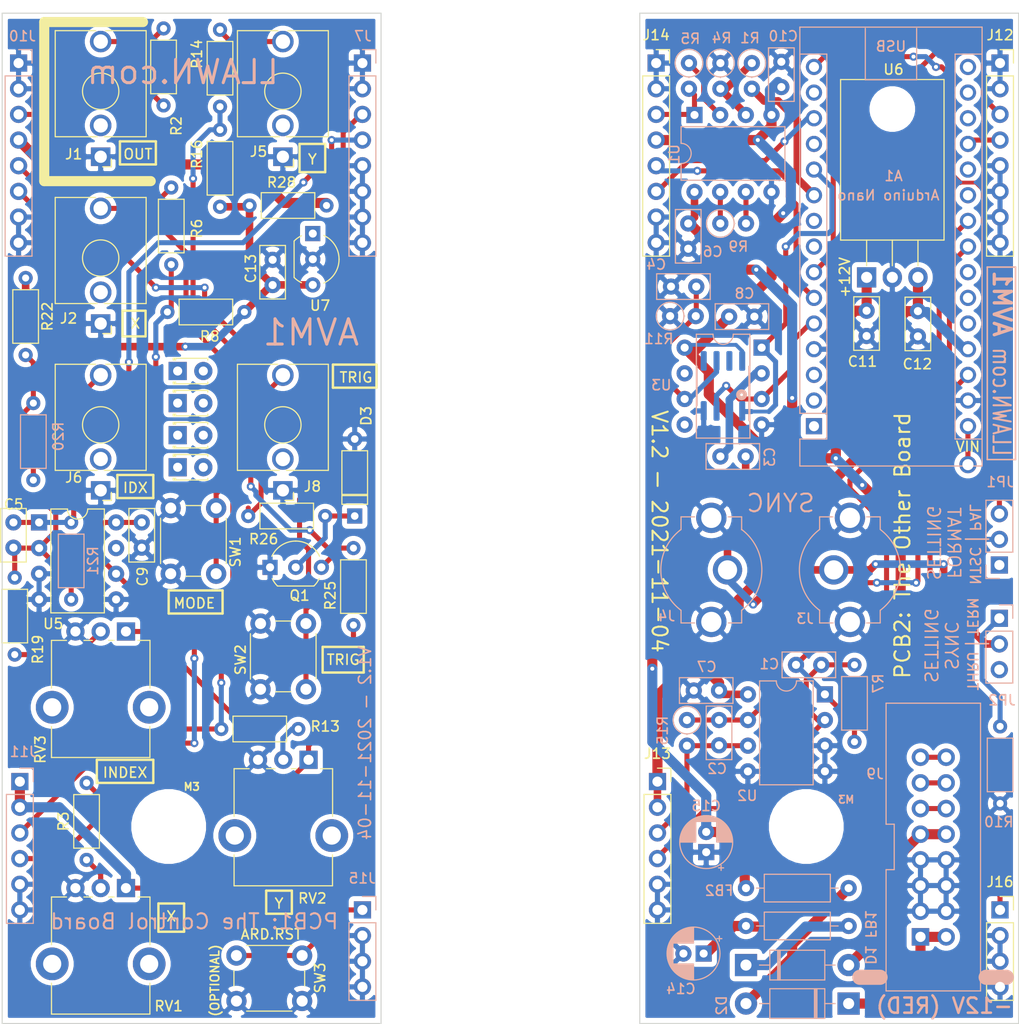
<source format=kicad_pcb>
(kicad_pcb (version 20171130) (host pcbnew "(5.1.10-1-10_14)")
  (title_block (title "AVM1: PCB1 & PCB2") (date 2021-11-04) (rev V1.2) (company LLAWN.com))
  (layers (0 F.Cu signal) (31 B.Cu signal) (34 B.Paste user hide) (35 F.Paste user hide) (36 B.SilkS user) (37 F.SilkS user) (38 B.Mask user) (39 F.Mask user) (44 Edge.Cuts user))
  (net 0 "")
  (net 1 "Net-(A1-Pad1)")
  (net 2 "Net-(A1-Pad17)")
  (net 3 "Net-(A1-Pad2)")
  (net 4 "Net-(A1-Pad18)")
  (net 5 "Net-(A1-Pad3)")
  (net 6 /INDEX_CV_BACK)
  (net 7 GND2)
  (net 8 "Net-(A1-Pad20)")
  (net 9 /V_SYNC)
  (net 10 "Net-(A1-Pad21)")
  (net 11 /MODE_SWITCH_BACK)
  (net 12 /X_CV)
  (net 13 /TRIGGER_SWITCH_BACK)
  (net 14 /Y_CV)
  (net 15 "Net-(A1-Pad8)")
  (net 16 "Net-(A1-Pad24)")
  (net 17 "Net-(A1-Pad9)")
  (net 18 "Net-(A1-Pad25)")
  (net 19 /VIDEO)
  (net 20 "Net-(A1-Pad26)")
  (net 21 /C_SYNC)
  (net 22 +5V)
  (net 23 "Net-(A1-Pad12)")
  (net 24 /RESET_SWITCH_BACK)
  (net 25 /TRIGGER_CV_BACK)
  (net 26 "Net-(A1-Pad14)")
  (net 27 "Net-(A1-Pad30)")
  (net 28 "Net-(A1-Pad15)")
  (net 29 "Net-(A1-Pad16)")
  (net 30 /X_CV_PRE_BACK)
  (net 31 /Y_CV_PRE_BACK)
  (net 32 "Net-(C3-Pad1)")
  (net 33 "Net-(C3-Pad2)")
  (net 34 "Net-(C4-Pad1)")
  (net 35 /INDEX_CV_FRONT)
  (net 36 "Net-(C5-Pad2)")
  (net 37 +12V)
  (net 38 +5VA)
  (net 39 GND1)
  (net 40 -12V)
  (net 41 -5V)
  (net 42 "Net-(D1-Pad1)")
  (net 43 "Net-(D1-Pad2)")
  (net 44 "Net-(D2-Pad1)")
  (net 45 "Net-(D2-Pad2)")
  (net 46 "Net-(D3-Pad1)")
  (net 47 "Net-(J1-PadTN)")
  (net 48 "Net-(J1-PadT)")
  (net 49 "Net-(J2-PadTN)")
  (net 50 "Net-(J2-PadT)")
  (net 51 "Net-(J5-PadTN)")
  (net 52 "Net-(J5-PadT)")
  (net 53 "Net-(J6-PadTN)")
  (net 54 "Net-(J6-PadT)")
  (net 55 /TRIGGER_SWITCH_FRONT)
  (net 56 "Net-(J8-PadTN)")
  (net 57 "Net-(J8-PadT)")
  (net 58 "Net-(J9-Pad11)")
  (net 59 "Net-(J9-Pad13)")
  (net 60 "Net-(J9-Pad15)")
  (net 61 /VIDEO_OUT_POST_FRONT)
  (net 62 VEE)
  (net 63 /MODE_SWITCH_FRONT)
  (net 64 /TRIGGER_CV_FRONT)
  (net 65 /Y_CV_PRE_FRONT)
  (net 66 /X_CV_PRE_FRONT)
  (net 67 /VIDEO_OUT_POST_BACK)
  (net 68 /RESET_SWITCH_FRONT)
  (net 69 "Net-(JP1-Pad1)")
  (net 70 "Net-(JP2-Pad1)")
  (net 71 "Net-(JP2-Pad3)")
  (net 72 "Net-(R1-Pad1)")
  (net 73 "Net-(R3-Pad2)")
  (net 74 "Net-(R5-Pad1)")
  (net 75 "Net-(R9-Pad1)")
  (net 76 "Net-(R9-Pad2)")
  (net 77 "Net-(R13-Pad2)")
  (net 78 "Net-(R19-Pad2)")
  (net 79 "Net-(U3-Pad5)")
  (net 80 "Net-(U3-Pad7)")
  (net 81 "Net-(U5-Pad7)")
  (net 82 "Net-(U4-Pad7)")
  (net 83 "Net-(U4-Pad5)")
  (module jwm_kicad_footprints_misc:R_Axial_P7.62mm_Horizontal_LZX (layer B.Cu) (at 41.4655 71.882 270)
    (fp_text reference R20 (at 3.302 -2.4765 90) (layer B.SilkS) (effects (font (thickness 0.16)) (justify mirror)))
    (fp_text value 100K hide)
    (pad 2 thru_hole oval (at 7.62 0 270) (size 1.4 1.4) (drill 0.7) (layers *.Cu *.Mask) (net 54 "Net-(J6-PadT)"))
    (pad 1 thru_hole circle (at 0 0 270) (size 1.4 1.4) (drill 0.7) (layers *.Cu *.Mask) (net 36 "Net-(C5-Pad2)"))
  )
  (module jwm_kicad_footprints_misc:R_Axial_P7.62mm_Horizontal_LZX (layer B.Cu) (at 122.7455 105.41 90)
    (fp_text reference R7 (at 5.7785 2.3495 90) (layer B.SilkS) (effects (font (thickness 0.16)) (justify mirror)))
    (fp_text value 100K hide)
    (pad 2 thru_hole oval (at 7.62 0 90) (size 1.4 1.4) (drill 0.7) (layers *.Cu *.Mask) (net 30 /X_CV_PRE_BACK))
    (pad 1 thru_hole circle (at 0 0 90) (size 1.4 1.4) (drill 0.7) (layers *.Cu *.Mask) (net 12 /X_CV))
  )
  (module jwm_kicad_footprints_misc:R_Axial_P7.62mm_Horizontal_LZX (layer B.Cu) (at 45.212 83.693 270)
    (fp_text reference R21 (at 3.81 -2.159 90) (layer B.SilkS) (effects (font (thickness 0.16)) (justify mirror)))
    (fp_text value 100K hide)
    (pad 2 thru_hole oval (at 7.62 0 270) (size 1.4 1.4) (drill 0.7) (layers *.Cu *.Mask) (net 36 "Net-(C5-Pad2)"))
    (pad 1 thru_hole circle (at 0 0 270) (size 1.4 1.4) (drill 0.7) (layers *.Cu *.Mask) (net 35 /INDEX_CV_FRONT))
  )
  (module jwm_kicad_footprints_misc:R_Axial_P7.62mm_Horizontal_LZX (layer B.Cu) (at 137.16 111.506 90)
    (fp_text reference R10 (at -1.8415 -0.127 180) (layer B.SilkS) (effects (font (thickness 0.16)) (justify mirror)))
    (fp_text value 75R hide)
    (pad 2 thru_hole oval (at 7.62 0 90) (size 1.4 1.4) (drill 0.7) (layers *.Cu *.Mask) (net 70 "Net-(JP2-Pad1)"))
    (pad 1 thru_hole circle (at 0 0 90) (size 1.4 1.4) (drill 0.7) (layers *.Cu *.Mask) (net 7 GND2))
  )
  (module Package_SO:SOIC-8_3.9x4.9mm_P1.27mm (layer B.Cu) (at 109.728 70.1802 90)
    (fp_text reference U4 hide)
    (fp_text value LM1881)
    (pad 8 smd roundrect (at 2.475 1.905 90) (size 1.95 0.6) (layers B.Cu B.Paste B.Mask) (net 22 +5V))
    (pad 7 smd roundrect (at 2.475 0.635 90) (size 1.95 0.6) (layers B.Cu B.Paste B.Mask) (net 82 "Net-(U4-Pad7)"))
    (pad 6 smd roundrect (at 2.475 -0.635 90) (size 1.95 0.6) (layers B.Cu B.Paste B.Mask) (net 34 "Net-(C4-Pad1)"))
    (pad 5 smd roundrect (at 2.475 -1.905 90) (size 1.95 0.6) (layers B.Cu B.Paste B.Mask) (net 83 "Net-(U4-Pad5)"))
    (pad 4 smd roundrect (at -2.475 -1.905 90) (size 1.95 0.6) (layers B.Cu B.Paste B.Mask) (net 7 GND2))
    (pad 3 smd roundrect (at -2.475 -0.635 90) (size 1.95 0.6) (layers B.Cu B.Paste B.Mask) (net 9 /V_SYNC))
    (pad 2 smd roundrect (at -2.475 0.635 90) (size 1.95 0.6) (layers B.Cu B.Paste B.Mask) (net 33 "Net-(C3-Pad2)"))
    (pad 1 smd roundrect (at -2.475 1.905 90) (size 1.95 0.6) (layers B.Cu B.Paste B.Mask) (net 21 /C_SYNC))
  )
  (module MountingHole:MountingHole_3.2mm_M3 (layer B.Cu) (at 117.97538 113.792 180)
    (fp_text reference H2 hide)
    (fp_text value MountingHole)
    (pad 1 np_thru_hole circle (at 0 0 180) (size 3.2 3.2) (drill 3.2) (layers *.Cu *.Mask))
  )
  (module MountingHole:MountingHole_3.2mm_M3 (layer F.Cu) (at 54.864 113.792)
    (fp_text reference H1 hide)
    (fp_text value MountingHole)
    (pad 1 np_thru_hole circle (at 0 0) (size 3.2 3.2) (drill 3.2) (layers *.Cu *.Mask))
  )
  (module Connector_PinSocket_2.54mm:PinSocket_1x04_P2.54mm_Vertical (layer F.Cu) (at 137.15238 122.047)
    (fp_text reference J16 (at 0 -2.77) (layer F.SilkS) (effects (font (thickness 0.16))))
    (fp_text value Back_Conn_4)
    (pad 4 thru_hole oval (at 0 7.62) (size 1.7 1.7) (drill 1) (layers *.Cu *.Mask) (net 7 GND2))
    (pad 3 thru_hole oval (at 0 5.08) (size 1.7 1.7) (drill 1) (layers *.Cu *.Mask) (net 7 GND2))
    (pad 2 thru_hole oval (at 0 2.54) (size 1.7 1.7) (drill 1) (layers *.Cu *.Mask) (net 7 GND2))
    (pad 1 thru_hole rect (at 0 0) (size 1.7 1.7) (drill 1) (layers *.Cu *.Mask) (net 24 /RESET_SWITCH_BACK))
  )
  (module Connector_PinSocket_2.54mm:PinSocket_1x08_P2.54mm_Vertical (layer F.Cu) (at 103.11638 38.227)
    (fp_text reference J14 (at 0 -2.77) (layer F.SilkS) (effects (font (thickness 0.16))))
    (fp_text value Back_Conn_1)
    (pad 8 thru_hole oval (at 0 17.78) (size 1.7 1.7) (drill 1) (layers *.Cu *.Mask) (net 7 GND2))
    (pad 7 thru_hole oval (at 0 15.24) (size 1.7 1.7) (drill 1) (layers *.Cu *.Mask) (net 7 GND2))
    (pad 6 thru_hole oval (at 0 12.7) (size 1.7 1.7) (drill 1) (layers *.Cu *.Mask) (net 25 /TRIGGER_CV_BACK))
    (pad 5 thru_hole oval (at 0 10.16) (size 1.7 1.7) (drill 1) (layers *.Cu *.Mask) (net 11 /MODE_SWITCH_BACK))
    (pad 4 thru_hole oval (at 0 7.62) (size 1.7 1.7) (drill 1) (layers *.Cu *.Mask) (net 40 -12V))
    (pad 3 thru_hole oval (at 0 5.08) (size 1.7 1.7) (drill 1) (layers *.Cu *.Mask) (net 67 /VIDEO_OUT_POST_BACK))
    (pad 2 thru_hole oval (at 0 2.54) (size 1.7 1.7) (drill 1) (layers *.Cu *.Mask) (net 7 GND2))
    (pad 1 thru_hole rect (at 0 0) (size 1.7 1.7) (drill 1) (layers *.Cu *.Mask) (net 7 GND2))
  )
  (module Connector_PinSocket_2.54mm:PinSocket_1x06_P2.54mm_Vertical (layer F.Cu) (at 103.24338 109.347)
    (fp_text reference J13 (at 0 -2.77) (layer F.SilkS) (effects (font (thickness 0.16))))
    (fp_text value Back_Conn_3)
    (pad 6 thru_hole oval (at 0 12.7) (size 1.7 1.7) (drill 1) (layers *.Cu *.Mask) (net 7 GND2))
    (pad 5 thru_hole oval (at 0 10.16) (size 1.7 1.7) (drill 1) (layers *.Cu *.Mask) (net 7 GND2))
    (pad 4 thru_hole oval (at 0 7.62) (size 1.7 1.7) (drill 1) (layers *.Cu *.Mask) (net 30 /X_CV_PRE_BACK))
    (pad 3 thru_hole oval (at 0 5.08) (size 1.7 1.7) (drill 1) (layers *.Cu *.Mask) (net 31 /Y_CV_PRE_BACK))
    (pad 2 thru_hole oval (at 0 2.54) (size 1.7 1.7) (drill 1) (layers *.Cu *.Mask) (net 22 +5V))
    (pad 1 thru_hole rect (at 0 0) (size 1.7 1.7) (drill 1) (layers *.Cu *.Mask) (net 22 +5V))
  )
  (module Connector_PinSocket_2.54mm:PinSocket_1x08_P2.54mm_Vertical (layer F.Cu) (at 137.15238 38.227)
    (fp_text reference J12 (at 0 -2.77) (layer F.SilkS) (effects (font (thickness 0.16))))
    (fp_text value Back_Conn_2)
    (pad 8 thru_hole oval (at 0 17.78) (size 1.7 1.7) (drill 1) (layers *.Cu *.Mask) (net 7 GND2))
    (pad 7 thru_hole oval (at 0 15.24) (size 1.7 1.7) (drill 1) (layers *.Cu *.Mask) (net 7 GND2))
    (pad 6 thru_hole oval (at 0 12.7) (size 1.7 1.7) (drill 1) (layers *.Cu *.Mask) (net 7 GND2))
    (pad 5 thru_hole oval (at 0 10.16) (size 1.7 1.7) (drill 1) (layers *.Cu *.Mask) (net 7 GND2))
    (pad 4 thru_hole oval (at 0 7.62) (size 1.7 1.7) (drill 1) (layers *.Cu *.Mask) (net 6 /INDEX_CV_BACK))
    (pad 3 thru_hole oval (at 0 5.08) (size 1.7 1.7) (drill 1) (layers *.Cu *.Mask) (net 13 /TRIGGER_SWITCH_BACK))
    (pad 2 thru_hole oval (at 0 2.54) (size 1.7 1.7) (drill 1) (layers *.Cu *.Mask) (net 7 GND2))
    (pad 1 thru_hole rect (at 0 0) (size 1.7 1.7) (drill 1) (layers *.Cu *.Mask) (net 7 GND2))
  )
  (module jwm_kicad_footprints_misc:C_Disc_D5.0mm_W2.5mm_P2.50mm_LZX (layer B.Cu) (at 106.29138 54.102 270)
    (fp_text reference C6 (at 2.794 -2.42062 180) (layer B.SilkS) (effects (font (thickness 0.16)) (justify mirror)))
    (fp_text value 100nF hide)
    (pad 1 thru_hole circle (at 0 0 270) (size 1.6 1.6) (drill 0.8) (layers *.Cu *.Mask) (net 37 +12V))
    (pad 2 thru_hole circle (at 2.5 0 270) (size 1.6 1.6) (drill 0.8) (layers *.Cu *.Mask) (net 7 GND2))
  )
  (module jwm_kicad_footprints_misc:C_Disc_D5.0mm_W2.5mm_P2.50mm_LZX (layer B.Cu) (at 109.33938 100.33 180)
    (fp_text reference C7 (at 1.2192 2.3368 180) (layer B.SilkS) (effects (font (thickness 0.16)) (justify mirror)))
    (fp_text value 100nF hide)
    (pad 1 thru_hole circle (at 0 0 180) (size 1.6 1.6) (drill 0.8) (layers *.Cu *.Mask) (net 22 +5V))
    (pad 2 thru_hole circle (at 2.5 0 180) (size 1.6 1.6) (drill 0.8) (layers *.Cu *.Mask) (net 7 GND2))
  )
  (module jwm_kicad_footprints_misc:C_Disc_D5.0mm_W2.5mm_P2.50mm_LZX (layer B.Cu) (at 115.5065 38.1 270)
    (fp_text reference C10 (at -2.54 -0.1905 180) (layer B.SilkS) (effects (font (thickness 0.16)) (justify mirror)))
    (fp_text value 100nF hide)
    (pad 1 thru_hole circle (at 0 0 270) (size 1.6 1.6) (drill 0.8) (layers *.Cu *.Mask) (net 7 GND2))
    (pad 2 thru_hole circle (at 2.5 0 270) (size 1.6 1.6) (drill 0.8) (layers *.Cu *.Mask) (net 40 -12V))
  )
  (module jwm_kicad_footprints_misc:C_Disc_D5.0mm_W2.5mm_P2.50mm_LZX (layer F.Cu) (at 123.94438 62.738 270)
    (fp_text reference C11 (at 5.0292 0.4064 unlocked) (layer F.SilkS) (effects (font (thickness 0.16))))
    (fp_text value 330nF hide)
    (pad 1 thru_hole circle (at 0 0 270) (size 1.6 1.6) (drill 0.8) (layers *.Cu *.Mask) (net 37 +12V))
    (pad 2 thru_hole circle (at 2.5 0 270) (size 1.6 1.6) (drill 0.8) (layers *.Cu *.Mask) (net 7 GND2))
  )
  (module jwm_kicad_footprints_misc:C_Disc_D5.0mm_W2.5mm_P2.50mm_LZX (layer F.Cu) (at 129.02438 62.778 270)
    (fp_text reference C12 (at 5.2432 0.0508 180) (layer F.SilkS) (effects (font (thickness 0.16))))
    (fp_text value 100nF hide)
    (pad 1 thru_hole circle (at 0 0 270) (size 1.6 1.6) (drill 0.8) (layers *.Cu *.Mask) (net 22 +5V))
    (pad 2 thru_hole circle (at 2.5 0 270) (size 1.6 1.6) (drill 0.8) (layers *.Cu *.Mask) (net 7 GND2))
  )
  (module Capacitor_THT:CP_Radial_D5.0mm_P2.00mm (layer B.Cu) (at 107.81538 126.365 180)
    (fp_text reference C14 (at 2.25 -3.5) (layer B.SilkS) (effects (font (thickness 0.16)) (justify mirror)))
    (fp_text value "10uF 25V")
    (pad 1 thru_hole rect (at 0 0 180) (size 1.6 1.6) (drill 0.8) (layers *.Cu *.Mask) (net 37 +12V))
    (pad 2 thru_hole circle (at 2 0 180) (size 1.6 1.6) (drill 0.8) (layers *.Cu *.Mask) (net 7 GND2))
  )
  (module jwm_kicad_footprints_misc:IDC-Header_2x08_P2.54mm_Vertical_EurorackPower (layer B.Cu) (at 129.27838 124.714 180)
    (fp_text reference J9 (at 4.50088 16.129 180) (layer B.SilkS) (effects (font (thickness 0.16)) (justify mirror)))
    (fp_text value Eurorack_Header_LZX)
    (fp_text user "-12V (RED)" (at -2.363 -6.824) (layer B.SilkS) (effects (font (size 1.5 1.5) (thickness 0.25)) (justify mirror)))
    (pad 1 thru_hole rect (at 0 0) (size 1.7272 1.7272) (drill 1.016) (layers *.Cu *.Mask) (net 44 "Net-(D2-Pad1)"))
    (pad 2 thru_hole oval (at -2.54 0) (size 1.7272 1.7272) (drill 1.016) (layers *.Cu *.Mask) (net 44 "Net-(D2-Pad1)"))
    (pad 3 thru_hole oval (at 0 2.54) (size 1.7272 1.7272) (drill 1.016) (layers *.Cu *.Mask) (net 7 GND2))
    (pad 4 thru_hole oval (at -2.54 2.54) (size 1.7272 1.7272) (drill 1.016) (layers *.Cu *.Mask) (net 7 GND2))
    (pad 5 thru_hole oval (at 0 5.08) (size 1.7272 1.7272) (drill 1.016) (layers *.Cu *.Mask) (net 7 GND2))
    (pad 6 thru_hole oval (at -2.54 5.08) (size 1.7272 1.7272) (drill 1.016) (layers *.Cu *.Mask) (net 7 GND2))
    (pad 7 thru_hole oval (at 0 7.62) (size 1.7272 1.7272) (drill 1.016) (layers *.Cu *.Mask) (net 7 GND2))
    (pad 8 thru_hole oval (at -2.54 7.62) (size 1.7272 1.7272) (drill 1.016) (layers *.Cu *.Mask) (net 7 GND2))
    (pad 9 thru_hole oval (at 0 10.16) (size 1.7272 1.7272) (drill 1.016) (layers *.Cu *.Mask) (net 43 "Net-(D1-Pad2)"))
    (pad 10 thru_hole oval (at -2.54 10.16) (size 1.7272 1.7272) (drill 1.016) (layers *.Cu *.Mask) (net 43 "Net-(D1-Pad2)"))
    (pad 11 thru_hole oval (at 0 12.7) (size 1.7272 1.7272) (drill 1.016) (layers *.Cu *.Mask) (net 58 "Net-(J9-Pad11)"))
    (pad 12 thru_hole oval (at -2.54 12.7) (size 1.7272 1.7272) (drill 1.016) (layers *.Cu *.Mask) (net 58 "Net-(J9-Pad11)"))
    (pad 13 thru_hole oval (at 0 15.24) (size 1.7272 1.7272) (drill 1.016) (layers *.Cu *.Mask) (net 59 "Net-(J9-Pad13)"))
    (pad 14 thru_hole oval (at -2.54 15.24) (size 1.7272 1.7272) (drill 1.016) (layers *.Cu *.Mask) (net 59 "Net-(J9-Pad13)"))
    (pad 15 thru_hole oval (at 0 17.78) (size 1.7272 1.7272) (drill 1.016) (layers *.Cu *.Mask) (net 60 "Net-(J9-Pad15)"))
    (pad 16 thru_hole oval (at -2.54 17.78) (size 1.7272 1.7272) (drill 1.016) (layers *.Cu *.Mask) (net 60 "Net-(J9-Pad15)"))
  )
  (module Package_DIP:DIP-8_W7.62mm (layer B.Cu) (at 106.91138 43.362 270)
    (fp_text reference U1 (at 3.882 2.00938 270) (layer B.SilkS) (effects (font (thickness 0.16)) (justify mirror)))
    (fp_text value LM6172)
    (pad 1 thru_hole rect (at 0 0 270) (size 1.6 1.6) (drill 0.8) (layers *.Cu *.Mask) (net 67 /VIDEO_OUT_POST_BACK))
    (pad 5 thru_hole oval (at 7.62 -7.62 270) (size 1.6 1.6) (drill 0.8) (layers *.Cu *.Mask) (net 7 GND2))
    (pad 2 thru_hole oval (at 0 -2.54 270) (size 1.6 1.6) (drill 0.8) (layers *.Cu *.Mask) (net 74 "Net-(R5-Pad1)"))
    (pad 6 thru_hole oval (at 7.62 -5.08 270) (size 1.6 1.6) (drill 0.8) (layers *.Cu *.Mask) (net 76 "Net-(R9-Pad2)"))
    (pad 3 thru_hole oval (at 0 -5.08 270) (size 1.6 1.6) (drill 0.8) (layers *.Cu *.Mask) (net 72 "Net-(R1-Pad1)"))
    (pad 7 thru_hole oval (at 7.62 -2.54 270) (size 1.6 1.6) (drill 0.8) (layers *.Cu *.Mask) (net 75 "Net-(R9-Pad1)"))
    (pad 4 thru_hole oval (at 0 -7.62 270) (size 1.6 1.6) (drill 0.8) (layers *.Cu *.Mask) (net 40 -12V))
    (pad 8 thru_hole oval (at 7.62 0 270) (size 1.6 1.6) (drill 0.8) (layers *.Cu *.Mask) (net 37 +12V))
  )
  (module Capacitor_THT:CP_Radial_D5.0mm_P2.00mm (layer B.Cu) (at 108.06938 116.332 90)
    (fp_text reference C15 (at 4.572 0 180) (layer B.SilkS) (effects (font (thickness 0.16)) (justify mirror)))
    (fp_text value "10uF 25V")
    (pad 1 thru_hole rect (at 0 0 90) (size 1.6 1.6) (drill 0.8) (layers *.Cu *.Mask) (net 7 GND2))
    (pad 2 thru_hole circle (at 2 0 90) (size 1.6 1.6) (drill 0.8) (layers *.Cu *.Mask) (net 40 -12V))
  )
  (module Resistor_THT:R_Axial_DIN0207_L6.3mm_D2.5mm_P2.54mm_Vertical (layer B.Cu) (at 106.3625 38.227 270)
    (fp_text reference R5 (at -2.413 -0.13462) (layer B.SilkS) (effects (font (thickness 0.16)) (justify mirror)))
    (fp_text value 1K)
    (pad 1 thru_hole circle (at 0 0 270) (size 1.6 1.6) (drill 0.8) (layers *.Cu *.Mask) (net 74 "Net-(R5-Pad1)"))
    (pad 2 thru_hole oval (at 2.54 0 270) (size 1.6 1.6) (drill 0.8) (layers *.Cu *.Mask) (net 67 /VIDEO_OUT_POST_BACK))
  )
  (module Resistor_THT:R_Axial_DIN0207_L6.3mm_D2.5mm_P2.54mm_Vertical (layer B.Cu) (at 106.16438 103.251 270)
    (fp_text reference R15 (at 1.0414 2.413 270) (layer B.SilkS) (effects (font (thickness 0.16)) (justify mirror)))
    (fp_text value 100K)
    (pad 1 thru_hole circle (at 0 0 270) (size 1.6 1.6) (drill 0.8) (layers *.Cu *.Mask) (net 14 /Y_CV))
    (pad 2 thru_hole oval (at 2.54 0 270) (size 1.6 1.6) (drill 0.8) (layers *.Cu *.Mask) (net 31 /Y_CV_PRE_BACK))
  )
  (module Resistor_THT:R_Axial_DIN0207_L6.3mm_D2.5mm_P2.54mm_Vertical (layer B.Cu) (at 109.46638 54.102)
    (fp_text reference R9 (at 1.78562 2.286 180) (layer B.SilkS) (effects (font (thickness 0.16)) (justify mirror)))
    (fp_text value 1K)
    (pad 1 thru_hole circle (at 0 0) (size 1.6 1.6) (drill 0.8) (layers *.Cu *.Mask) (net 75 "Net-(R9-Pad1)"))
    (pad 2 thru_hole oval (at 2.54 0) (size 1.6 1.6) (drill 0.8) (layers *.Cu *.Mask) (net 76 "Net-(R9-Pad2)"))
  )
  (module jwm_kicad_footprints_misc:C_Disc_D5.0mm_W2.5mm_P2.50mm_LZX (layer B.Cu) (at 110.3376 63.3222)
    (fp_text reference C8 (at 1.524 -2.286) (layer B.SilkS) (effects (font (thickness 0.16)) (justify mirror)))
    (fp_text value 100nF hide)
    (pad 1 thru_hole circle (at 0 0) (size 1.6 1.6) (drill 0.8) (layers *.Cu *.Mask) (net 22 +5V))
    (pad 2 thru_hole circle (at 2.5 0) (size 1.6 1.6) (drill 0.8) (layers *.Cu *.Mask) (net 7 GND2))
  )
  (module jwm_kicad_footprints_misc:C_Disc_D5.0mm_W2.5mm_P2.50mm_LZX (layer B.Cu) (at 109.33938 103.251 270)
    (fp_text reference C2 (at 4.826 0.1905 180) (layer B.SilkS) (effects (font (thickness 0.16)) (justify mirror)))
    (fp_text value 10nf hide)
    (pad 1 thru_hole circle (at 0 0 270) (size 1.6 1.6) (drill 0.8) (layers *.Cu *.Mask) (net 14 /Y_CV))
    (pad 2 thru_hole circle (at 2.5 0 270) (size 1.6 1.6) (drill 0.8) (layers *.Cu *.Mask) (net 31 /Y_CV_PRE_BACK))
  )
  (module Resistor_THT:R_Axial_DIN0207_L6.3mm_D2.5mm_P2.54mm_Vertical (layer B.Cu) (at 109.474 38.227 270)
    (fp_text reference R4 (at -2.4765 -0.127) (layer B.SilkS) (effects (font (thickness 0.16)) (justify mirror)))
    (fp_text value 1K)
    (pad 1 thru_hole circle (at 0 0 270) (size 1.6 1.6) (drill 0.8) (layers *.Cu *.Mask) (net 7 GND2))
    (pad 2 thru_hole oval (at 2.54 0 270) (size 1.6 1.6) (drill 0.8) (layers *.Cu *.Mask) (net 72 "Net-(R1-Pad1)"))
  )
  (module Package_DIP:DIP-8_W7.62mm (layer B.Cu) (at 119.81688 100.711 180)
    (fp_text reference U2 (at 7.6835 -10.033) (layer B.SilkS) (effects (font (thickness 0.16)) (justify mirror)))
    (fp_text value MCP6002-xP)
    (pad 1 thru_hole rect (at 0 0 180) (size 1.6 1.6) (drill 0.8) (layers *.Cu *.Mask) (net 12 /X_CV))
    (pad 5 thru_hole oval (at 7.62 -7.62 180) (size 1.6 1.6) (drill 0.8) (layers *.Cu *.Mask) (net 7 GND2))
    (pad 2 thru_hole oval (at 0 -2.54 180) (size 1.6 1.6) (drill 0.8) (layers *.Cu *.Mask) (net 30 /X_CV_PRE_BACK))
    (pad 6 thru_hole oval (at 7.62 -5.08 180) (size 1.6 1.6) (drill 0.8) (layers *.Cu *.Mask) (net 31 /Y_CV_PRE_BACK))
    (pad 3 thru_hole oval (at 0 -5.08 180) (size 1.6 1.6) (drill 0.8) (layers *.Cu *.Mask) (net 7 GND2))
    (pad 7 thru_hole oval (at 7.62 -2.54 180) (size 1.6 1.6) (drill 0.8) (layers *.Cu *.Mask) (net 14 /Y_CV))
    (pad 4 thru_hole oval (at 0 -7.62 180) (size 1.6 1.6) (drill 0.8) (layers *.Cu *.Mask) (net 7 GND2))
    (pad 8 thru_hole oval (at 7.62 0 180) (size 1.6 1.6) (drill 0.8) (layers *.Cu *.Mask) (net 22 +5V))
  )
  (module jwm_kicad_footprints_misc:C_Disc_D5.0mm_W2.5mm_P2.50mm_LZX (layer B.Cu) (at 111.974 77.1652 180)
    (fp_text reference C3 (at -2.3876 -0.0508 90) (layer B.SilkS) (effects (font (thickness 0.16)) (justify mirror)))
    (fp_text value 100nF hide)
    (pad 1 thru_hole circle (at 0 0 180) (size 1.6 1.6) (drill 0.8) (layers *.Cu *.Mask) (net 32 "Net-(C3-Pad1)"))
    (pad 2 thru_hole circle (at 2.5 0 180) (size 1.6 1.6) (drill 0.8) (layers *.Cu *.Mask) (net 33 "Net-(C3-Pad2)"))
  )
  (module jwm_kicad_footprints_misc:C_Disc_D5.0mm_W2.5mm_P2.50mm_LZX (layer B.Cu) (at 107.0864 60.3504 180)
    (fp_text reference C4 (at 3.9624 2.1844 180) (layer B.SilkS) (effects (font (thickness 0.16)) (justify mirror)))
    (fp_text value 100nF hide)
    (pad 1 thru_hole circle (at 0 0 180) (size 1.6 1.6) (drill 0.8) (layers *.Cu *.Mask) (net 34 "Net-(C4-Pad1)"))
    (pad 2 thru_hole circle (at 2.5 0 180) (size 1.6 1.6) (drill 0.8) (layers *.Cu *.Mask) (net 7 GND2))
  )
  (module Connector_Wire:SolderWire-0.5sqmm_1x01_D0.9mm_OD2.1mm (layer F.Cu) (at 133.97738 77.978)
    (fp_text reference J17 hide)
    (fp_text value VIN)
    (pad 1 thru_hole circle (at 0 0) (size 1.7 1.7) (drill 1.1) (layers *.Cu *.Mask) (net 27 "Net-(A1-Pad30)"))
  )
  (module Package_DIP:DIP-8_W7.62mm (layer B.Cu) (at 113.55578 66.3956 180)
    (fp_text reference U3 (at 9.92378 -3.7084) (layer B.SilkS) (effects (font (thickness 0.16)) (justify mirror)))
    (fp_text value LM1881)
    (pad 1 thru_hole rect (at 0 0 180) (size 1.6 1.6) (drill 0.8) (layers *.Cu *.Mask) (net 21 /C_SYNC))
    (pad 5 thru_hole oval (at 7.62 -7.62 180) (size 1.6 1.6) (drill 0.8) (layers *.Cu *.Mask) (net 79 "Net-(U3-Pad5)"))
    (pad 2 thru_hole oval (at 0 -2.54 180) (size 1.6 1.6) (drill 0.8) (layers *.Cu *.Mask) (net 33 "Net-(C3-Pad2)"))
    (pad 6 thru_hole oval (at 7.62 -5.08 180) (size 1.6 1.6) (drill 0.8) (layers *.Cu *.Mask) (net 34 "Net-(C4-Pad1)"))
    (pad 3 thru_hole oval (at 0 -5.08 180) (size 1.6 1.6) (drill 0.8) (layers *.Cu *.Mask) (net 9 /V_SYNC))
    (pad 7 thru_hole oval (at 7.62 -2.54 180) (size 1.6 1.6) (drill 0.8) (layers *.Cu *.Mask) (net 80 "Net-(U3-Pad7)"))
    (pad 4 thru_hole oval (at 0 -7.62 180) (size 1.6 1.6) (drill 0.8) (layers *.Cu *.Mask) (net 7 GND2))
    (pad 8 thru_hole oval (at 7.62 0 180) (size 1.6 1.6) (drill 0.8) (layers *.Cu *.Mask) (net 22 +5V))
  )
  (module Connector_PinHeader_2.54mm:PinHeader_1x03_P2.54mm_Vertical (layer B.Cu) (at 137.08888 87.9094)
    (fp_text reference JP1 (at 0.07112 -8.2169) (layer B.SilkS) (effects (font (thickness 0.16)) (justify mirror)))
    (fp_text value pal_jumper)
    (pad 1 thru_hole rect (at 0 0) (size 1.7 1.7) (drill 1) (layers *.Cu *.Mask) (net 69 "Net-(JP1-Pad1)"))
    (pad 2 thru_hole oval (at 0 -2.54) (size 1.7 1.7) (drill 1) (layers *.Cu *.Mask) (net 7 GND2))
    (pad 3 thru_hole oval (at 0 -5.08) (size 1.7 1.7) (drill 1) (layers *.Cu *.Mask) (net 28 "Net-(A1-Pad15)"))
  )
  (module jwm_kicad_footprints_misc:RCA-Phono_CUI-Devices_RCJ-02X_Vertical (layer B.Cu) (at 122.29338 88.392 270)
    (fp_text reference J3 (at 4.826 4.43738 180) (layer B.SilkS) (effects (font (thickness 0.16)) (justify mirror)))
    (fp_text value Conn_Coaxial)
    (pad 2 thru_hole circle (at 5.15 0 270) (size 2.999999 2.999999) (drill 2) (layers *.Cu *.Mask) (net 7 GND2))
    (pad 2 thru_hole circle (at -5.15 0 270) (size 2.999999 2.999999) (drill 2) (layers *.Cu *.Mask) (net 7 GND2))
    (pad 1 thru_hole circle (at 0 1.6 270) (size 2.899999 2.899999) (drill 1.9) (layers *.Cu *.Mask) (net 32 "Net-(C3-Pad1)"))
  )
  (module Connector_PinHeader_2.54mm:PinHeader_1x03_P2.54mm_Vertical (layer B.Cu) (at 137.0838 93.18498 180)
    (fp_text reference JP2 (at -0.254 -8.11022 180) (layer B.SilkS) (effects (font (thickness 0.16)) (justify mirror)))
    (fp_text value sync_term_jumper)
    (pad 1 thru_hole rect (at 0 0 180) (size 1.7 1.7) (drill 1) (layers *.Cu *.Mask) (net 70 "Net-(JP2-Pad1)"))
    (pad 2 thru_hole oval (at 0 -2.54 180) (size 1.7 1.7) (drill 1) (layers *.Cu *.Mask) (net 32 "Net-(C3-Pad1)"))
    (pad 3 thru_hole oval (at 0 -5.08 180) (size 1.7 1.7) (drill 1) (layers *.Cu *.Mask) (net 71 "Net-(JP2-Pad3)"))
  )
  (module Resistor_THT:R_Axial_DIN0207_L6.3mm_D2.5mm_P2.54mm_Vertical (layer B.Cu) (at 104.4956 63.2714)
    (fp_text reference R11 (at -1.1176 2.2606) (layer B.SilkS) (effects (font (thickness 0.16)) (justify mirror)))
    (fp_text value 680K)
    (pad 1 thru_hole circle (at 0 0) (size 1.6 1.6) (drill 0.8) (layers *.Cu *.Mask) (net 7 GND2))
    (pad 2 thru_hole oval (at 2.54 0) (size 1.6 1.6) (drill 0.8) (layers *.Cu *.Mask) (net 34 "Net-(C4-Pad1)"))
  )
  (module Diode_THT:D_DO-41_SOD81_P10.16mm_Horizontal (layer B.Cu) (at 112.00638 127.508)
    (fp_text reference D1 (at 12.319 -1.016 -90 unlocked) (layer B.SilkS) (effects (font (thickness 0.16)) (justify mirror)))
    (fp_text value 1N4001)
    (pad 1 thru_hole rect (at 0 0) (size 2.2 2.2) (drill 1.1) (layers *.Cu *.Mask) (net 42 "Net-(D1-Pad1)"))
    (pad 2 thru_hole oval (at 10.16 0) (size 2.2 2.2) (drill 1.1) (layers *.Cu *.Mask) (net 43 "Net-(D1-Pad2)"))
  )
  (module Diode_THT:D_DO-41_SOD81_P10.16mm_Horizontal (layer B.Cu) (at 122.16638 131.318 180)
    (fp_text reference D2 (at 12.573 -0.1905 90) (layer B.SilkS) (effects (font (thickness 0.16)) (justify mirror)))
    (fp_text value 1N4001)
    (pad 1 thru_hole rect (at 0 0 180) (size 2.2 2.2) (drill 1.1) (layers *.Cu *.Mask) (net 44 "Net-(D2-Pad1)"))
    (pad 2 thru_hole oval (at 10.16 0 180) (size 2.2 2.2) (drill 1.1) (layers *.Cu *.Mask) (net 45 "Net-(D2-Pad2)"))
  )
  (module Resistor_THT:R_Axial_DIN0207_L6.3mm_D2.5mm_P10.16mm_Horizontal (layer B.Cu) (at 112.00638 123.6345)
    (fp_text reference FB1 (at 12.319 -0.1905 -90 unlocked) (layer B.SilkS) (effects (font (thickness 0.16)) (justify mirror)))
    (fp_text value 68R)
    (pad 1 thru_hole circle (at 0 0) (size 1.6 1.6) (drill 0.8) (layers *.Cu *.Mask) (net 37 +12V))
    (pad 2 thru_hole oval (at 10.16 0) (size 1.6 1.6) (drill 0.8) (layers *.Cu *.Mask) (net 42 "Net-(D1-Pad1)"))
  )
  (module Resistor_THT:R_Axial_DIN0207_L6.3mm_D2.5mm_P10.16mm_Horizontal (layer B.Cu) (at 112.00638 119.888)
    (fp_text reference FB2 (at -2.667 0.254) (layer B.SilkS) (effects (font (thickness 0.16)) (justify mirror)))
    (fp_text value 68R)
    (pad 1 thru_hole circle (at 0 0) (size 1.6 1.6) (drill 0.8) (layers *.Cu *.Mask) (net 40 -12V))
    (pad 2 thru_hole oval (at 10.16 0) (size 1.6 1.6) (drill 0.8) (layers *.Cu *.Mask) (net 45 "Net-(D2-Pad2)"))
  )
  (module Module:Arduino_Nano (layer B.Cu) (at 118.73738 74.168)
    (fp_text reference A1 (at 7.874 -24.765) (layer B.SilkS) (effects (font (thickness 0.16)) (justify mirror)))
    (fp_text value Arduino_Nano_v3.x)
    (pad 1 thru_hole rect (at 0 0) (size 1.6 1.6) (drill 1) (layers *.Cu *.Mask) (net 1 "Net-(A1-Pad1)"))
    (pad 17 thru_hole oval (at 15.24 -33.02) (size 1.6 1.6) (drill 1) (layers *.Cu *.Mask) (net 2 "Net-(A1-Pad17)"))
    (pad 2 thru_hole oval (at 0 -2.54) (size 1.6 1.6) (drill 1) (layers *.Cu *.Mask) (net 3 "Net-(A1-Pad2)"))
    (pad 18 thru_hole oval (at 15.24 -30.48) (size 1.6 1.6) (drill 1) (layers *.Cu *.Mask) (net 4 "Net-(A1-Pad18)"))
    (pad 3 thru_hole oval (at 0 -5.08) (size 1.6 1.6) (drill 1) (layers *.Cu *.Mask) (net 5 "Net-(A1-Pad3)"))
    (pad 19 thru_hole oval (at 15.24 -27.94) (size 1.6 1.6) (drill 1) (layers *.Cu *.Mask) (net 6 /INDEX_CV_BACK))
    (pad 4 thru_hole oval (at 0 -7.62) (size 1.6 1.6) (drill 1) (layers *.Cu *.Mask) (net 7 GND2))
    (pad 20 thru_hole oval (at 15.24 -25.4) (size 1.6 1.6) (drill 1) (layers *.Cu *.Mask) (net 8 "Net-(A1-Pad20)"))
    (pad 5 thru_hole oval (at 0 -10.16) (size 1.6 1.6) (drill 1) (layers *.Cu *.Mask) (net 9 /V_SYNC))
    (pad 21 thru_hole oval (at 15.24 -22.86) (size 1.6 1.6) (drill 1) (layers *.Cu *.Mask) (net 10 "Net-(A1-Pad21)"))
    (pad 6 thru_hole oval (at 0 -12.7) (size 1.6 1.6) (drill 1) (layers *.Cu *.Mask) (net 11 /MODE_SWITCH_BACK))
    (pad 22 thru_hole oval (at 15.24 -20.32) (size 1.6 1.6) (drill 1) (layers *.Cu *.Mask) (net 12 /X_CV))
    (pad 7 thru_hole oval (at 0 -15.24) (size 1.6 1.6) (drill 1) (layers *.Cu *.Mask) (net 13 /TRIGGER_SWITCH_BACK))
    (pad 23 thru_hole oval (at 15.24 -17.78) (size 1.6 1.6) (drill 1) (layers *.Cu *.Mask) (net 14 /Y_CV))
    (pad 8 thru_hole oval (at 0 -17.78) (size 1.6 1.6) (drill 1) (layers *.Cu *.Mask) (net 15 "Net-(A1-Pad8)"))
    (pad 24 thru_hole oval (at 15.24 -15.24) (size 1.6 1.6) (drill 1) (layers *.Cu *.Mask) (net 16 "Net-(A1-Pad24)"))
    (pad 9 thru_hole oval (at 0 -20.32) (size 1.6 1.6) (drill 1) (layers *.Cu *.Mask) (net 17 "Net-(A1-Pad9)"))
    (pad 25 thru_hole oval (at 15.24 -12.7) (size 1.6 1.6) (drill 1) (layers *.Cu *.Mask) (net 18 "Net-(A1-Pad25)"))
    (pad 10 thru_hole oval (at 0 -22.86) (size 1.6 1.6) (drill 1) (layers *.Cu *.Mask) (net 19 /VIDEO))
    (pad 26 thru_hole oval (at 15.24 -10.16) (size 1.6 1.6) (drill 1) (layers *.Cu *.Mask) (net 20 "Net-(A1-Pad26)"))
    (pad 11 thru_hole oval (at 0 -25.4) (size 1.6 1.6) (drill 1) (layers *.Cu *.Mask) (net 21 /C_SYNC))
    (pad 27 thru_hole oval (at 15.24 -7.62) (size 1.6 1.6) (drill 1) (layers *.Cu *.Mask) (net 22 +5V))
    (pad 12 thru_hole oval (at 0 -27.94) (size 1.6 1.6) (drill 1) (layers *.Cu *.Mask) (net 23 "Net-(A1-Pad12)"))
    (pad 28 thru_hole oval (at 15.24 -5.08) (size 1.6 1.6) (drill 1) (layers *.Cu *.Mask) (net 24 /RESET_SWITCH_BACK))
    (pad 13 thru_hole oval (at 0 -30.48) (size 1.6 1.6) (drill 1) (layers *.Cu *.Mask) (net 25 /TRIGGER_CV_BACK))
    (pad 29 thru_hole oval (at 15.24 -2.54) (size 1.6 1.6) (drill 1) (layers *.Cu *.Mask) (net 7 GND2))
    (pad 14 thru_hole oval (at 0 -33.02) (size 1.6 1.6) (drill 1) (layers *.Cu *.Mask) (net 26 "Net-(A1-Pad14)"))
    (pad 30 thru_hole oval (at 15.24 0) (size 1.6 1.6) (drill 1) (layers *.Cu *.Mask) (net 27 "Net-(A1-Pad30)"))
    (pad 15 thru_hole oval (at 0 -35.56) (size 1.6 1.6) (drill 1) (layers *.Cu *.Mask) (net 28 "Net-(A1-Pad15)"))
    (pad 16 thru_hole oval (at 15.24 -35.56) (size 1.6 1.6) (drill 1) (layers *.Cu *.Mask) (net 29 "Net-(A1-Pad16)"))
  )
  (module Resistor_THT:R_Axial_DIN0207_L6.3mm_D2.5mm_P2.54mm_Vertical (layer B.Cu) (at 112.5855 38.227 270)
    (fp_text reference R1 (at -2.4765 0.1905 180) (layer B.SilkS) (effects (font (thickness 0.16)) (justify mirror)))
    (fp_text value 3.92K)
    (pad 1 thru_hole circle (at 0 0 270) (size 1.6 1.6) (drill 0.8) (layers *.Cu *.Mask) (net 72 "Net-(R1-Pad1)"))
    (pad 2 thru_hole oval (at 2.54 0 270) (size 1.6 1.6) (drill 0.8) (layers *.Cu *.Mask) (net 19 /VIDEO))
  )
  (module Package_TO_SOT_THT:TO-220-3_Horizontal_TabDown (layer F.Cu) (at 123.95038 59.436)
    (fp_text reference U6 (at 2.661 -20.574) (layer F.SilkS) (effects (font (thickness 0.16))))
    (fp_text value L7805)
    (pad 3 thru_hole oval (at 5.08 0) (size 1.905 2) (drill 1.1) (layers *.Cu *.Mask) (net 22 +5V))
    (pad 2 thru_hole oval (at 2.54 0) (size 1.905 2) (drill 1.1) (layers *.Cu *.Mask) (net 7 GND2))
    (pad 1 thru_hole rect (at 0 0) (size 1.905 2) (drill 1.1) (layers *.Cu *.Mask) (net 37 +12V))
    (pad "" np_thru_hole oval (at 2.54 -16.66) (size 3.5 3.5) (drill 3.5) (layers *.Cu *.Mask))
  )
  (module jwm_kicad_footprints_misc:C_Disc_D5.0mm_W2.5mm_P2.50mm_LZX (layer B.Cu) (at 116.95938 97.79)
    (fp_text reference C1 (at -2.6416 -0.0762) (layer B.SilkS) (effects (font (thickness 0.16)) (justify mirror)))
    (fp_text value 10nf hide)
    (pad 1 thru_hole circle (at 0 0) (size 1.6 1.6) (drill 0.8) (layers *.Cu *.Mask) (net 12 /X_CV))
    (pad 2 thru_hole circle (at 2.5 0) (size 1.6 1.6) (drill 0.8) (layers *.Cu *.Mask) (net 30 /X_CV_PRE_BACK))
  )
  (module jwm_kicad_footprints_misc:RCA-Phono_CUI-Devices_RCJ-02X_Vertical (layer B.Cu) (at 108.57738 88.392 90)
    (fp_text reference J4 (at -4.572 -4.43738 180) (layer B.SilkS) (effects (font (thickness 0.16)) (justify mirror)))
    (fp_text value Conn_Coaxial)
    (pad 2 thru_hole circle (at 5.15 0 90) (size 2.999999 2.999999) (drill 2) (layers *.Cu *.Mask) (net 7 GND2))
    (pad 2 thru_hole circle (at -5.15 0 90) (size 2.999999 2.999999) (drill 2) (layers *.Cu *.Mask) (net 7 GND2))
    (pad 1 thru_hole circle (at 0 1.6 90) (size 2.899999 2.899999) (drill 1.9) (layers *.Cu *.Mask) (net 32 "Net-(C3-Pad1)"))
  )
  (module Button_Switch_THT:SW_PUSH_6mm_H9.5mm (layer F.Cu) (at 68.072 131.064 180)
    (fp_text reference SW3 (at -1.778 2.286 90) (layer F.SilkS) (effects (font (thickness 0.16))))
    (fp_text value Button_Arduino_Reset)
    (pad 2 thru_hole circle (at 0 4.5 270) (size 2 2) (drill 1.1) (layers *.Cu *.Mask) (net 68 /RESET_SWITCH_FRONT))
    (pad 1 thru_hole circle (at 0 0 270) (size 2 2) (drill 1.1) (layers *.Cu *.Mask) (net 39 GND1))
    (pad 2 thru_hole circle (at 6.5 4.5 270) (size 2 2) (drill 1.1) (layers *.Cu *.Mask) (net 68 /RESET_SWITCH_FRONT))
    (pad 1 thru_hole circle (at 6.5 0 270) (size 2 2) (drill 1.1) (layers *.Cu *.Mask) (net 39 GND1))
  )
  (module jwm_kicad_footprints_misc:C_Disc_D5.0mm_W2.5mm_P2.50mm_LZX (layer F.Cu) (at 52.197 83.693 270)
    (fp_text reference C9 (at 5.3594 -0.0762 270) (layer F.SilkS))
    (fp_text value 100nF hide)
    (pad 1 thru_hole circle (at 0 0 270) (size 1.6 1.6) (drill 0.8) (layers *.Cu *.Mask) (net 38 +5VA))
    (pad 2 thru_hole circle (at 2.5 0 270) (size 1.6 1.6) (drill 0.8) (layers *.Cu *.Mask) (net 39 GND1))
  )
  (module jwm_kicad_footprints_misc:C_Disc_D5.0mm_W2.5mm_P2.50mm_LZX (layer F.Cu) (at 65.151 60.198 90)
    (fp_text reference C13 (at 1.6256 -2.159 90) (layer F.SilkS) (effects (font (thickness 0.16))))
    (fp_text value 470nF hide)
    (pad 1 thru_hole circle (at 0 0 90) (size 1.6 1.6) (drill 0.8) (layers *.Cu *.Mask) (net 41 -5V))
    (pad 2 thru_hole circle (at 2.5 0 90) (size 1.6 1.6) (drill 0.8) (layers *.Cu *.Mask) (net 39 GND1))
  )
  (module Connector_Audio:Jack_3.5mm_QingPu_WQP-PJ398SM_Vertical_CircularHoles (layer F.Cu) (at 48.133 47.498 180)
    (fp_text reference J1 (at 2.667 0.254 180) (layer F.SilkS) (effects (font (thickness 0.16))))
    (fp_text value Video_Output)
    (pad TN thru_hole circle (at 0 3.1) (size 2.13 2.13) (drill 1.42) (layers *.Cu *.Mask) (net 47 "Net-(J1-PadTN)"))
    (pad S thru_hole rect (at 0 0) (size 1.93 1.83) (drill 1.22) (layers *.Cu *.Mask) (net 39 GND1))
    (pad T thru_hole circle (at 0 11.4) (size 2.13 2.13) (drill 1.43) (layers *.Cu *.Mask) (net 48 "Net-(J1-PadT)"))
  )
  (module Connector_Audio:Jack_3.5mm_QingPu_WQP-PJ398SM_Vertical_CircularHoles (layer F.Cu) (at 48.133 64.008 180)
    (fp_text reference J2 (at 3.175 0.508 180) (layer F.SilkS) (effects (font (thickness 0.16))))
    (fp_text value Jack_X_CV)
    (pad TN thru_hole circle (at 0 3.1) (size 2.13 2.13) (drill 1.42) (layers *.Cu *.Mask) (net 49 "Net-(J2-PadTN)"))
    (pad S thru_hole rect (at 0 0) (size 1.93 1.83) (drill 1.22) (layers *.Cu *.Mask) (net 39 GND1))
    (pad T thru_hole circle (at 0 11.4) (size 2.13 2.13) (drill 1.43) (layers *.Cu *.Mask) (net 50 "Net-(J2-PadT)"))
  )
  (module Connector_Audio:Jack_3.5mm_QingPu_WQP-PJ398SM_Vertical_CircularHoles (layer F.Cu) (at 66.167 47.498 180)
    (fp_text reference J5 (at 2.413 0.508 180) (layer F.SilkS) (effects (font (thickness 0.16))))
    (fp_text value Jack_Y_CV)
    (pad TN thru_hole circle (at 0 3.1) (size 2.13 2.13) (drill 1.42) (layers *.Cu *.Mask) (net 51 "Net-(J5-PadTN)"))
    (pad S thru_hole rect (at 0 0) (size 1.93 1.83) (drill 1.22) (layers *.Cu *.Mask) (net 39 GND1))
    (pad T thru_hole circle (at 0 11.4) (size 2.13 2.13) (drill 1.43) (layers *.Cu *.Mask) (net 52 "Net-(J5-PadT)"))
  )
  (module Connector_Audio:Jack_3.5mm_QingPu_WQP-PJ398SM_Vertical_CircularHoles (layer F.Cu) (at 48.133 80.518 180)
    (fp_text reference J6 (at 2.667 1.27 180) (layer F.SilkS))
    (fp_text value Jack_Index_CV)
    (pad TN thru_hole circle (at 0 3.1) (size 2.13 2.13) (drill 1.42) (layers *.Cu *.Mask) (net 53 "Net-(J6-PadTN)"))
    (pad S thru_hole rect (at 0 0) (size 1.93 1.83) (drill 1.22) (layers *.Cu *.Mask) (net 39 GND1))
    (pad T thru_hole circle (at 0 11.4) (size 2.13 2.13) (drill 1.43) (layers *.Cu *.Mask) (net 54 "Net-(J6-PadT)"))
  )
  (module Connector_Audio:Jack_3.5mm_QingPu_WQP-PJ398SM_Vertical_CircularHoles (layer F.Cu) (at 66.167 80.518 180)
    (fp_text reference J8 (at -2.921 0.381 180) (layer F.SilkS) (effects (font (thickness 0.16))))
    (fp_text value Jack_Trigger)
    (pad TN thru_hole circle (at 0 3.1) (size 2.13 2.13) (drill 1.42) (layers *.Cu *.Mask) (net 56 "Net-(J8-PadTN)"))
    (pad S thru_hole rect (at 0 0) (size 1.93 1.83) (drill 1.22) (layers *.Cu *.Mask) (net 39 GND1))
    (pad T thru_hole circle (at 0 11.4) (size 2.13 2.13) (drill 1.43) (layers *.Cu *.Mask) (net 57 "Net-(J8-PadT)"))
  )
  (module Package_TO_SOT_THT:TO-92_Inline_Wide (layer F.Cu) (at 64.897 88.138)
    (fp_text reference Q1 (at 2.921 2.794) (layer F.SilkS) (effects (font (thickness 0.16))))
    (fp_text value 2N3904)
    (pad 2 thru_hole circle (at 2.54 0 90) (size 1.5 1.5) (drill 0.8) (layers *.Cu *.Mask) (net 46 "Net-(D3-Pad1)"))
    (pad 3 thru_hole circle (at 5.08 0 90) (size 1.5 1.5) (drill 0.8) (layers *.Cu *.Mask) (net 64 /TRIGGER_CV_FRONT))
    (pad 1 thru_hole rect (at 0 0 90) (size 1.5 1.5) (drill 0.8) (layers *.Cu *.Mask) (net 39 GND1))
  )
  (module Potentiometer_THT:Potentiometer_Alpha_RD901F-40-00D_Single_Vertical_CircularHoles (layer F.Cu) (at 50.633 119.888 270)
    (fp_text reference RV1 (at 11.684 -4.231) (layer F.SilkS) (effects (font (thickness 0.16))))
    (fp_text value "B10K (X)")
    (pad 1 thru_hole rect (at 0 0) (size 1.8 1.8) (drill 1) (layers *.Cu *.Mask) (net 38 +5VA))
    (pad 2 thru_hole circle (at 0 2.5) (size 1.8 1.8) (drill 1) (layers *.Cu *.Mask) (net 73 "Net-(R3-Pad2)"))
    (pad 3 thru_hole circle (at 0 5) (size 1.8 1.8) (drill 1) (layers *.Cu *.Mask) (net 39 GND1))
    (pad "" thru_hole circle (at 7.5 7.3) (size 3.24 3.24) (drill 1.8) (layers *.Cu *.Mask))
    (pad "" thru_hole circle (at 7.5 -2.3) (size 3.24 3.24) (drill 1.8) (layers *.Cu *.Mask))
  )
  (module Potentiometer_THT:Potentiometer_Alpha_RD901F-40-00D_Single_Vertical_CircularHoles (layer F.Cu) (at 68.707 107.188 270)
    (fp_text reference RV2 (at 13.716 -0.381) (layer F.SilkS) (effects (font (thickness 0.16))))
    (fp_text value "B10K (Y)")
    (pad 1 thru_hole rect (at 0 0) (size 1.8 1.8) (drill 1) (layers *.Cu *.Mask) (net 38 +5VA))
    (pad 2 thru_hole circle (at 0 2.5) (size 1.8 1.8) (drill 1) (layers *.Cu *.Mask) (net 77 "Net-(R13-Pad2)"))
    (pad 3 thru_hole circle (at 0 5) (size 1.8 1.8) (drill 1) (layers *.Cu *.Mask) (net 39 GND1))
    (pad "" thru_hole circle (at 7.5 7.3) (size 3.24 3.24) (drill 1.8) (layers *.Cu *.Mask))
    (pad "" thru_hole circle (at 7.5 -2.3) (size 3.24 3.24) (drill 1.8) (layers *.Cu *.Mask))
  )
  (module Potentiometer_THT:Potentiometer_Alpha_RD901F-40-00D_Single_Vertical_CircularHoles (layer F.Cu) (at 50.633 94.488 270)
    (fp_text reference RV3 (at 11.684 8.469 90) (layer F.SilkS) (effects (font (thickness 0.16))))
    (fp_text value "B10K (INDEX)")
    (pad 1 thru_hole rect (at 0 0) (size 1.8 1.8) (drill 1) (layers *.Cu *.Mask) (net 38 +5VA))
    (pad 2 thru_hole circle (at 0 2.5) (size 1.8 1.8) (drill 1) (layers *.Cu *.Mask) (net 78 "Net-(R19-Pad2)"))
    (pad 3 thru_hole circle (at 0 5) (size 1.8 1.8) (drill 1) (layers *.Cu *.Mask) (net 39 GND1))
    (pad "" thru_hole circle (at 7.5 7.3) (size 3.24 3.24) (drill 1.8) (layers *.Cu *.Mask))
    (pad "" thru_hole circle (at 7.5 -2.3) (size 3.24 3.24) (drill 1.8) (layers *.Cu *.Mask))
  )
  (module Button_Switch_THT:SW_PUSH_6mm_H7.3mm (layer F.Cu) (at 55.063 88.773 90)
    (fp_text reference SW1 (at 2.159 6.405 270) (layer F.SilkS) (effects (font (thickness 0.16))))
    (fp_text value Button_Mode)
    (pad 2 thru_hole circle (at 0 4.5 180) (size 2 2) (drill 1.1) (layers *.Cu *.Mask) (net 63 /MODE_SWITCH_FRONT))
    (pad 1 thru_hole circle (at 0 0 180) (size 2 2) (drill 1.1) (layers *.Cu *.Mask) (net 39 GND1))
    (pad 2 thru_hole circle (at 6.5 4.5 180) (size 2 2) (drill 1.1) (layers *.Cu *.Mask) (net 63 /MODE_SWITCH_FRONT))
    (pad 1 thru_hole circle (at 6.5 0 180) (size 2 2) (drill 1.1) (layers *.Cu *.Mask) (net 39 GND1))
  )
  (module Button_Switch_THT:SW_PUSH_6mm_H7.3mm (layer F.Cu) (at 63.953 100.203 90)
    (fp_text reference SW2 (at 2.921 -1.977 270) (layer F.SilkS) (effects (font (thickness 0.16))))
    (fp_text value Button_Trigger)
    (pad 2 thru_hole circle (at 0 4.5 180) (size 2 2) (drill 1.1) (layers *.Cu *.Mask) (net 55 /TRIGGER_SWITCH_FRONT))
    (pad 1 thru_hole circle (at 0 0 180) (size 2 2) (drill 1.1) (layers *.Cu *.Mask) (net 39 GND1))
    (pad 2 thru_hole circle (at 6.5 4.5 180) (size 2 2) (drill 1.1) (layers *.Cu *.Mask) (net 55 /TRIGGER_SWITCH_FRONT))
    (pad 1 thru_hole circle (at 6.5 0 180) (size 2 2) (drill 1.1) (layers *.Cu *.Mask) (net 39 GND1))
  )
  (module Package_DIP:DIP-8_W7.62mm (layer F.Cu) (at 42.037 83.693)
    (fp_text reference U5 (at 1.397 10.033) (layer F.SilkS) (effects (font (thickness 0.16))))
    (fp_text value MCP6002-xP)
    (pad 1 thru_hole rect (at 0 0) (size 1.6 1.6) (drill 0.8) (layers *.Cu *.Mask) (net 35 /INDEX_CV_FRONT))
    (pad 5 thru_hole oval (at 7.62 7.62) (size 1.6 1.6) (drill 0.8) (layers *.Cu *.Mask) (net 39 GND1))
    (pad 2 thru_hole oval (at 0 2.54) (size 1.6 1.6) (drill 0.8) (layers *.Cu *.Mask) (net 36 "Net-(C5-Pad2)"))
    (pad 6 thru_hole oval (at 7.62 5.08) (size 1.6 1.6) (drill 0.8) (layers *.Cu *.Mask) (net 38 +5VA))
    (pad 3 thru_hole oval (at 0 5.08) (size 1.6 1.6) (drill 0.8) (layers *.Cu *.Mask) (net 39 GND1))
    (pad 7 thru_hole oval (at 7.62 2.54) (size 1.6 1.6) (drill 0.8) (layers *.Cu *.Mask) (net 81 "Net-(U5-Pad7)"))
    (pad 4 thru_hole oval (at 0 7.62) (size 1.6 1.6) (drill 0.8) (layers *.Cu *.Mask) (net 39 GND1))
    (pad 8 thru_hole oval (at 7.62 0) (size 1.6 1.6) (drill 0.8) (layers *.Cu *.Mask) (net 38 +5VA))
  )
  (module Package_TO_SOT_THT:TO-92_Inline_Wide (layer F.Cu) (at 69.127 55.103 270)
    (fp_text reference U7 (at 7.127 -0.723) (layer F.SilkS) (effects (font (thickness 0.16))))
    (fp_text value LM4040LP-5)
    (pad 2 thru_hole circle (at 2.54 0) (size 1.5 1.5) (drill 0.8) (layers *.Cu *.Mask) (net 39 GND1))
    (pad 3 thru_hole circle (at 5.08 0) (size 1.5 1.5) (drill 0.8) (layers *.Cu *.Mask) (net 41 -5V))
    (pad 1 thru_hole rect (at 0 0) (size 1.5 1.5) (drill 0.8) (layers *.Cu *.Mask))
  )
  (module jwm_kicad_footprints_misc:D_P7.62mm_Horizontal_LZX (layer F.Cu) (at 73.279 83.058 90)
    (fp_text reference D3 (at 9.906 1.143 270) (layer F.SilkS) (effects (font (thickness 0.16))))
    (fp_text value 1N4148 hide)
    (pad 1 thru_hole rect (at 0 0 90) (size 1.5 1.5) (drill 0.75) (layers *.Cu *.Mask) (net 46 "Net-(D3-Pad1)"))
    (pad 2 thru_hole oval (at 7.62 0 90) (size 1.5 1.5) (drill 0.75) (layers *.Cu *.Mask) (net 39 GND1))
  )
  (module jwm_kicad_footprints_misc:C_Disc_D5.0mm_W2.5mm_P2.50mm_LZX (layer F.Cu) (at 39.497 83.693 270)
    (fp_text reference C5 (at -1.778 -0.0254 180) (layer F.SilkS))
    (fp_text value 10nf hide)
    (pad 1 thru_hole circle (at 0 0 270) (size 1.6 1.6) (drill 0.8) (layers *.Cu *.Mask) (net 35 /INDEX_CV_FRONT))
    (pad 2 thru_hole circle (at 2.5 0 270) (size 1.6 1.6) (drill 0.8) (layers *.Cu *.Mask) (net 36 "Net-(C5-Pad2)"))
  )
  (module jwm_kicad_footprints_misc:R_Axial_P7.62mm_Horizontal_LZX (layer F.Cu) (at 54.356 34.798 270)
    (fp_text reference R2 (at 9.652 -1.27 270) (layer F.SilkS) (effects (font (thickness 0.16))))
    (fp_text value 499R)
    (pad 1 thru_hole circle (at 0 0 270) (size 1.4 1.4) (drill 0.7) (layers *.Cu *.Mask) (net 48 "Net-(J1-PadT)"))
    (pad 2 thru_hole oval (at 7.62 0 270) (size 1.4 1.4) (drill 0.7) (layers *.Cu *.Mask) (net 61 /VIDEO_OUT_POST_FRONT))
  )
  (module jwm_kicad_footprints_misc:R_Axial_P7.62mm_Horizontal_LZX (layer F.Cu) (at 59.944 44.831 270)
    (fp_text reference R16 (at 2.413 2.286 90) (layer F.SilkS) (effects (font (thickness 0.16))))
    (fp_text value 100K)
    (pad 1 thru_hole circle (at 0 0 270) (size 1.4 1.4) (drill 0.7) (layers *.Cu *.Mask) (net 65 /Y_CV_PRE_FRONT))
    (pad 2 thru_hole oval (at 7.62 0 270) (size 1.4 1.4) (drill 0.7) (layers *.Cu *.Mask) (net 41 -5V))
  )
  (module jwm_kicad_footprints_misc:R_Axial_P7.62mm_Horizontal_LZX (layer F.Cu) (at 59.944 42.545 90)
    (fp_text reference R14 (at 5.207 -2.286 270) (layer F.SilkS) (effects (font (thickness 0.16))))
    (fp_text value 100K)
    (pad 1 thru_hole circle (at 0 0 90) (size 1.4 1.4) (drill 0.7) (layers *.Cu *.Mask) (net 65 /Y_CV_PRE_FRONT))
    (pad 2 thru_hole oval (at 7.62 0 90) (size 1.4 1.4) (drill 0.7) (layers *.Cu *.Mask) (net 52 "Net-(J5-PadT)"))
  )
  (module jwm_kicad_footprints_misc:R_Axial_P7.62mm_Horizontal_LZX (layer F.Cu) (at 70.485 52.324 180)
    (fp_text reference R28 (at 4.445 2.286) (layer F.SilkS) (effects (font (thickness 0.16))))
    (fp_text value 10K)
    (pad 1 thru_hole circle (at 0 0 180) (size 1.4 1.4) (drill 0.7) (layers *.Cu *.Mask) (net 62 VEE))
    (pad 2 thru_hole oval (at 7.62 0 180) (size 1.4 1.4) (drill 0.7) (layers *.Cu *.Mask) (net 41 -5V))
  )
  (module jwm_kicad_footprints_misc:R_Axial_P7.62mm_Horizontal_LZX (layer F.Cu) (at 55.118 58.166 90)
    (fp_text reference R6 (at 3.556 2.54 270) (layer F.SilkS) (effects (font (thickness 0.16))))
    (fp_text value 100K)
    (pad 1 thru_hole circle (at 0 0 90) (size 1.4 1.4) (drill 0.7) (layers *.Cu *.Mask) (net 66 /X_CV_PRE_FRONT))
    (pad 2 thru_hole oval (at 7.62 0 90) (size 1.4 1.4) (drill 0.7) (layers *.Cu *.Mask) (net 50 "Net-(J2-PadT)"))
  )
  (module jwm_kicad_footprints_misc:R_Axial_P7.62mm_Horizontal_LZX (layer F.Cu) (at 54.737 62.865)
    (fp_text reference R8 (at 4.191 2.413 180) (layer F.SilkS))
    (fp_text value 100K)
    (pad 1 thru_hole circle (at 0 0) (size 1.4 1.4) (drill 0.7) (layers *.Cu *.Mask) (net 66 /X_CV_PRE_FRONT))
    (pad 2 thru_hole oval (at 7.62 0) (size 1.4 1.4) (drill 0.7) (layers *.Cu *.Mask) (net 41 -5V))
  )
  (module jwm_kicad_footprints_misc:R_Axial_P7.62mm_Horizontal_LZX (layer F.Cu) (at 40.7035 59.4995 270)
    (fp_text reference R22 (at 3.81 -2.159 90) (layer F.SilkS) (effects (font (thickness 0.16))))
    (fp_text value 100K)
    (pad 1 thru_hole circle (at 0 0 270) (size 1.4 1.4) (drill 0.7) (layers *.Cu *.Mask) (net 41 -5V))
    (pad 2 thru_hole oval (at 7.62 0 270) (size 1.4 1.4) (drill 0.7) (layers *.Cu *.Mask) (net 36 "Net-(C5-Pad2)"))
  )
  (module jwm_kicad_footprints_misc:R_Axial_P7.62mm_Horizontal_LZX (layer F.Cu) (at 46.736 109.474 270)
    (fp_text reference R3 (at 3.81 2.286 90) (layer F.SilkS) (effects (font (thickness 0.16))))
    (fp_text value 100K)
    (pad 1 thru_hole circle (at 0 0 270) (size 1.4 1.4) (drill 0.7) (layers *.Cu *.Mask) (net 66 /X_CV_PRE_FRONT))
    (pad 2 thru_hole oval (at 7.62 0 270) (size 1.4 1.4) (drill 0.7) (layers *.Cu *.Mask) (net 73 "Net-(R3-Pad2)"))
  )
  (module jwm_kicad_footprints_misc:R_Axial_P7.62mm_Horizontal_LZX (layer F.Cu) (at 73.152 86.233 270)
    (fp_text reference R25 (at 4.699 2.286 90) (layer F.SilkS) (effects (font (thickness 0.16))))
    (fp_text value 10K)
    (pad 1 thru_hole circle (at 0 0 270) (size 1.4 1.4) (drill 0.7) (layers *.Cu *.Mask) (net 64 /TRIGGER_CV_FRONT))
    (pad 2 thru_hole oval (at 7.62 0 270) (size 1.4 1.4) (drill 0.7) (layers *.Cu *.Mask) (net 38 +5VA))
  )
  (module jwm_kicad_footprints_misc:R_Axial_P7.62mm_Horizontal_LZX (layer F.Cu) (at 70.358 83.058 180)
    (fp_text reference R26 (at 6.096 -2.286) (layer F.SilkS) (effects (font (thickness 0.16))))
    (fp_text value 100K)
    (pad 1 thru_hole circle (at 0 0 180) (size 1.4 1.4) (drill 0.7) (layers *.Cu *.Mask) (net 46 "Net-(D3-Pad1)"))
    (pad 2 thru_hole oval (at 7.62 0 180) (size 1.4 1.4) (drill 0.7) (layers *.Cu *.Mask) (net 57 "Net-(J8-PadT)"))
  )
  (module jwm_kicad_footprints_misc:R_Axial_P7.62mm_Horizontal_LZX (layer F.Cu) (at 60.071 104.14)
    (fp_text reference R13 (at 10.287 -0.254 180) (layer F.SilkS) (effects (font (thickness 0.16))))
    (fp_text value 100K)
    (pad 1 thru_hole circle (at 0 0) (size 1.4 1.4) (drill 0.7) (layers *.Cu *.Mask) (net 65 /Y_CV_PRE_FRONT))
    (pad 2 thru_hole oval (at 7.62 0) (size 1.4 1.4) (drill 0.7) (layers *.Cu *.Mask) (net 77 "Net-(R13-Pad2)"))
  )
  (module LED_THT:LED_D1.8mm_W3.3mm_H2.4mm (layer F.Cu) (at 55.753 78.232)
    (fp_text reference REF** hide)
    (fp_text value LED_D1.8mm_W3.3mm_H2.4mm)
    (pad 1 thru_hole rect (at 0 0) (size 1.8 1.8) (drill 0.9) (layers *.Cu *.Mask))
    (pad 2 thru_hole circle (at 2.54 0) (size 1.8 1.8) (drill 0.9) (layers *.Cu *.Mask))
  )
  (module Connector_PinHeader_2.54mm:PinHeader_1x06_P2.54mm_Vertical (layer B.Cu) (at 40.132 109.347 180)
    (fp_text reference J11 (at -0.3302 2.9464) (layer B.SilkS) (effects (font (thickness 0.16)) (justify mirror)))
    (fp_text value Front_Conn_3)
    (pad 1 thru_hole rect (at 0 0 180) (size 1.7 1.7) (drill 1) (layers *.Cu *.Mask) (net 38 +5VA))
    (pad 2 thru_hole oval (at 0 -2.54 180) (size 1.7 1.7) (drill 1) (layers *.Cu *.Mask) (net 38 +5VA))
    (pad 3 thru_hole oval (at 0 -5.08 180) (size 1.7 1.7) (drill 1) (layers *.Cu *.Mask) (net 65 /Y_CV_PRE_FRONT))
    (pad 4 thru_hole oval (at 0 -7.62 180) (size 1.7 1.7) (drill 1) (layers *.Cu *.Mask) (net 66 /X_CV_PRE_FRONT))
    (pad 5 thru_hole oval (at 0 -10.16 180) (size 1.7 1.7) (drill 1) (layers *.Cu *.Mask) (net 39 GND1))
    (pad 6 thru_hole oval (at 0 -12.7 180) (size 1.7 1.7) (drill 1) (layers *.Cu *.Mask) (net 39 GND1))
  )
  (module jwm_kicad_footprints_misc:R_Axial_P7.62mm_Horizontal_LZX (layer F.Cu) (at 39.624 89.154 270)
    (fp_text reference R19 (at 7.112 -2.286 90) (layer F.SilkS) (effects (font (thickness 0.16))))
    (fp_text value 100K)
    (pad 1 thru_hole circle (at 0 0 270) (size 1.4 1.4) (drill 0.7) (layers *.Cu *.Mask) (net 36 "Net-(C5-Pad2)"))
    (pad 2 thru_hole oval (at 7.62 0 270) (size 1.4 1.4) (drill 0.7) (layers *.Cu *.Mask) (net 78 "Net-(R19-Pad2)"))
  )
  (module Connector_PinHeader_2.54mm:PinHeader_1x08_P2.54mm_Vertical (layer B.Cu) (at 40.005 38.227 180)
    (fp_text reference J10 (at -0.381 2.667) (layer B.SilkS) (effects (font (thickness 0.16)) (justify mirror)))
    (fp_text value Front_Conn_1)
    (pad 1 thru_hole rect (at 0 0 180) (size 1.7 1.7) (drill 1) (layers *.Cu *.Mask) (net 39 GND1))
    (pad 2 thru_hole oval (at 0 -2.54 180) (size 1.7 1.7) (drill 1) (layers *.Cu *.Mask) (net 39 GND1))
    (pad 3 thru_hole oval (at 0 -5.08 180) (size 1.7 1.7) (drill 1) (layers *.Cu *.Mask) (net 61 /VIDEO_OUT_POST_FRONT))
    (pad 4 thru_hole oval (at 0 -7.62 180) (size 1.7 1.7) (drill 1) (layers *.Cu *.Mask) (net 62 VEE))
    (pad 5 thru_hole oval (at 0 -10.16 180) (size 1.7 1.7) (drill 1) (layers *.Cu *.Mask) (net 63 /MODE_SWITCH_FRONT))
    (pad 6 thru_hole oval (at 0 -12.7 180) (size 1.7 1.7) (drill 1) (layers *.Cu *.Mask) (net 64 /TRIGGER_CV_FRONT))
    (pad 7 thru_hole oval (at 0 -15.24 180) (size 1.7 1.7) (drill 1) (layers *.Cu *.Mask) (net 39 GND1))
    (pad 8 thru_hole oval (at 0 -17.78 180) (size 1.7 1.7) (drill 1) (layers *.Cu *.Mask) (net 39 GND1))
  )
  (module Connector_PinHeader_2.54mm:PinHeader_1x08_P2.54mm_Vertical (layer B.Cu) (at 74.041 38.227 180)
    (fp_text reference J7 (at -0.0508 2.667) (layer B.SilkS) (effects (font (thickness 0.16)) (justify mirror)))
    (fp_text value Front_Conn_2)
    (pad 1 thru_hole rect (at 0 0 180) (size 1.7 1.7) (drill 1) (layers *.Cu *.Mask) (net 39 GND1))
    (pad 2 thru_hole oval (at 0 -2.54 180) (size 1.7 1.7) (drill 1) (layers *.Cu *.Mask) (net 39 GND1))
    (pad 3 thru_hole oval (at 0 -5.08 180) (size 1.7 1.7) (drill 1) (layers *.Cu *.Mask) (net 55 /TRIGGER_SWITCH_FRONT))
    (pad 4 thru_hole oval (at 0 -7.62 180) (size 1.7 1.7) (drill 1) (layers *.Cu *.Mask) (net 35 /INDEX_CV_FRONT))
    (pad 5 thru_hole oval (at 0 -10.16 180) (size 1.7 1.7) (drill 1) (layers *.Cu *.Mask) (net 39 GND1))
    (pad 6 thru_hole oval (at 0 -12.7 180) (size 1.7 1.7) (drill 1) (layers *.Cu *.Mask) (net 39 GND1))
    (pad 7 thru_hole oval (at 0 -15.24 180) (size 1.7 1.7) (drill 1) (layers *.Cu *.Mask) (net 39 GND1))
    (pad 8 thru_hole oval (at 0 -17.78 180) (size 1.7 1.7) (drill 1) (layers *.Cu *.Mask) (net 39 GND1))
  )
  (module LED_THT:LED_D1.8mm_W3.3mm_H2.4mm (layer F.Cu) (at 55.753 75.057)
    (fp_text reference REF** hide)
    (fp_text value LED_D1.8mm_W3.3mm_H2.4mm)
    (pad 1 thru_hole rect (at 0 0) (size 1.8 1.8) (drill 0.9) (layers *.Cu *.Mask))
    (pad 2 thru_hole circle (at 2.54 0) (size 1.8 1.8) (drill 0.9) (layers *.Cu *.Mask))
  )
  (module LED_THT:LED_D1.8mm_W3.3mm_H2.4mm (layer F.Cu) (at 55.753 71.882)
    (fp_text reference REF** hide)
    (fp_text value LED_D1.8mm_W3.3mm_H2.4mm)
    (pad 1 thru_hole rect (at 0 0) (size 1.8 1.8) (drill 0.9) (layers *.Cu *.Mask))
    (pad 2 thru_hole circle (at 2.54 0) (size 1.8 1.8) (drill 0.9) (layers *.Cu *.Mask))
  )
  (module Connector_PinHeader_2.54mm:PinHeader_1x04_P2.54mm_Vertical (layer B.Cu) (at 74.041 122.047 180)
    (fp_text reference J15 (at 0.0254 3.1242) (layer B.SilkS) (effects (font (thickness 0.16)) (justify mirror)))
    (fp_text value Front_Conn_4)
    (pad 1 thru_hole rect (at 0 0 180) (size 1.7 1.7) (drill 1) (layers *.Cu *.Mask) (net 68 /RESET_SWITCH_FRONT))
    (pad 2 thru_hole oval (at 0 -2.54 180) (size 1.7 1.7) (drill 1) (layers *.Cu *.Mask) (net 39 GND1))
    (pad 3 thru_hole oval (at 0 -5.08 180) (size 1.7 1.7) (drill 1) (layers *.Cu *.Mask) (net 39 GND1))
    (pad 4 thru_hole oval (at 0 -7.62 180) (size 1.7 1.7) (drill 1) (layers *.Cu *.Mask) (net 39 GND1))
  )
  (module LED_THT:LED_D1.8mm_W3.3mm_H2.4mm (layer F.Cu) (at 55.753 68.707)
    (fp_text reference REF** hide)
    (fp_text value LED_D1.8mm_W3.3mm_H2.4mm)
    (pad 1 thru_hole rect (at 0 0) (size 1.8 1.8) (drill 0.9) (layers *.Cu *.Mask))
    (pad 2 thru_hole circle (at 2.54 0) (size 1.8 1.8) (drill 0.9) (layers *.Cu *.Mask))
  )
  (gr_line (start 138.684 77.47) (end 138.684 58.42) (layer B.SilkS) (width 0.16))
  (gr_line (start 135.89 77.47) (end 138.684 77.47) (layer B.SilkS) (width 0.16))
  (gr_line (start 135.89 58.42) (end 135.89 77.47) (layer B.SilkS) (width 0.16))
  (gr_line (start 138.684 58.42) (end 135.89 58.42) (layer B.SilkS) (width 0.16))
  (gr_circle (center 111.5695 71.0565) (end 111.6965 71.12) (layer B.SilkS) (width 0.4))
  (gr_line (start 136.017 95.6945) (end 133.731 95.6945) (layer B.SilkS) (width 0.16))
  (gr_text "SYNC\nSETTING" (at 131.318 95.885 -90) (layer B.SilkS) (effects (font (size 1.25 1.25) (thickness 0.16)) (justify mirror)))
  (gr_text M3 (at 121.92 111.125) (layer B.SilkS) (effects (font (size 0.75 0.75) (thickness 0.16)) (justify mirror)))
  (gr_text M3 (at 57.15 109.855) (layer F.SilkS) (effects (font (size 0.75 0.75) (thickness 0.16))))
  (gr_line (start 138.99338 33.288) (end 101.49338 33.288) (layer Edge.Cuts) (width 0.1))
  (gr_line (start 101.49338 33.288) (end 101.49338 133.288) (layer Edge.Cuts) (width 0.1))
  (gr_line (start 101.49338 133.288) (end 138.99338 133.288) (layer Edge.Cuts) (width 0.1))
  (gr_line (start 138.99338 133.288) (end 138.99338 33.288) (layer Edge.Cuts) (width 0.1))
  (gr_line (start 136.017 85.344) (end 133.731 85.344) (layer B.SilkS) (width 0.16))
  (gr_line (start 128.89738 39.878) (end 123.81738 39.878) (layer B.SilkS) (width 0.12))
  (gr_line (start 123.81738 39.878) (end 123.81738 34.798) (layer B.SilkS) (width 0.12))
  (gr_line (start 128.89738 39.878) (end 128.89738 34.798) (layer B.SilkS) (width 0.12))
  (gr_text VIN (at 133.97738 76.2) (layer F.SilkS) (effects (font (size 1 1) (thickness 0.16))))
  (gr_text +12V (at 121.78538 59.436 90) (layer F.SilkS) (effects (font (size 1 1) (thickness 0.16))))
  (gr_text USB (at 126.35738 36.576) (layer B.SilkS) (effects (font (size 1 1) (thickness 0.16)) (justify mirror)))
  (gr_text SYNC (at 115.43538 81.788) (layer B.SilkS) (effects (font (size 1.75 1.75) (thickness 0.2)) (justify mirror)))
  (gr_text "FORMAT\nSETTING" (at 131.572 85.725 -90) (layer B.SilkS) (effects (font (size 1.25 1.25) (thickness 0.16)) (justify mirror)))
  (gr_text "NTSC  PAL" (at 134.67588 85.8774 -90) (layer B.SilkS) (effects (font (size 1 1) (thickness 0.16)) (justify mirror)))
  (gr_text "THRU  TERM" (at 134.4168 95.72498 -90) (layer B.SilkS) (effects (font (size 1 1) (thickness 0.16)) (justify mirror)))
  (gr_text "Arduino Nano" (at 126.10338 51.308) (layer B.SilkS) (effects (font (size 1 1) (thickness 0.16)) (justify mirror)))
  (gr_text "V1.2 — 2021-11-04" (at 103.4415 84.582 -90) (layer F.SilkS) (effects (font (size 1.5 1.5) (thickness 0.2))))
  (gr_text LLAWN.com (at 137.287 71.755 270) (layer B.SilkS) (effects (font (size 1.7 1.3) (thickness 0.2)) (justify mirror)))
  (gr_text AVM1 (at 137.3505 62.0395 -90) (layer B.SilkS) (effects (font (size 1.7 1.7) (thickness 0.325)) (justify mirror)))
  (gr_text "PCB2: The Other Board" (at 127.50038 85.979 90) (layer F.SilkS) (effects (font (size 1.5 1.5) (thickness 0.2))))
  (gr_line (start 75.882 33.288) (end 38.382 33.288) (layer Edge.Cuts) (width 0.1))
  (gr_line (start 38.382 33.288) (end 38.382 133.288) (layer Edge.Cuts) (width 0.1))
  (gr_line (start 38.382 133.288) (end 75.882 133.288) (layer Edge.Cuts) (width 0.1))
  (gr_line (start 75.882 133.288) (end 75.882 33.288) (layer Edge.Cuts) (width 0.1))
  (gr_line (start 50.038 45.974) (end 53.594 45.974) (layer F.SilkS) (width 0.24))
  (gr_line (start 53.594 45.974) (end 53.594 48.26) (layer F.SilkS) (width 0.24))
  (gr_line (start 53.594 48.26) (end 50.038 48.26) (layer F.SilkS) (width 0.24))
  (gr_line (start 50.038 48.26) (end 50.038 45.974) (layer F.SilkS) (width 0.24))
  (gr_line (start 67.818 46.228) (end 70.358 46.228) (layer F.SilkS) (width 0.24))
  (gr_line (start 70.358 46.228) (end 70.358 49.022) (layer F.SilkS) (width 0.24))
  (gr_line (start 70.358 49.022) (end 67.818 49.022) (layer F.SilkS) (width 0.24))
  (gr_line (start 67.818 49.022) (end 67.818 46.228) (layer F.SilkS) (width 0.24))
  (gr_line (start 50.292 62.738) (end 52.578 62.738) (layer F.SilkS) (width 0.24))
  (gr_line (start 52.578 62.738) (end 52.578 65.278) (layer F.SilkS) (width 0.24))
  (gr_line (start 52.578 65.278) (end 50.292 65.278) (layer F.SilkS) (width 0.24))
  (gr_line (start 50.292 65.278) (end 50.292 62.738) (layer F.SilkS) (width 0.24))
  (gr_line (start 71.12 68.072) (end 71.12 70.358) (layer F.SilkS) (width 0.24))
  (gr_line (start 71.12 70.358) (end 75.438 70.358) (layer F.SilkS) (width 0.24))
  (gr_line (start 75.438 70.358) (end 75.438 68.072) (layer F.SilkS) (width 0.24))
  (gr_line (start 75.438 68.072) (end 71.12 68.072) (layer F.SilkS) (width 0.24))
  (gr_line (start 54.864 90.424) (end 60.198 90.424) (layer F.SilkS) (width 0.24))
  (gr_line (start 60.198 90.424) (end 60.198 92.71) (layer F.SilkS) (width 0.24))
  (gr_line (start 60.198 92.71) (end 54.864 92.71) (layer F.SilkS) (width 0.24))
  (gr_line (start 54.864 92.71) (end 54.864 90.424) (layer F.SilkS) (width 0.24))
  (gr_line (start 49.784 78.994) (end 53.34 78.994) (layer F.SilkS) (width 0.24))
  (gr_line (start 53.34 78.994) (end 53.34 81.28) (layer F.SilkS) (width 0.24))
  (gr_line (start 53.34 81.28) (end 49.784 81.28) (layer F.SilkS) (width 0.24))
  (gr_line (start 49.784 81.28) (end 49.784 78.994) (layer F.SilkS) (width 0.24))
  (gr_line (start 53.848 121.412) (end 53.848 124.206) (layer F.SilkS) (width 0.24))
  (gr_line (start 53.848 124.206) (end 56.388 124.206) (layer F.SilkS) (width 0.24))
  (gr_line (start 56.388 124.206) (end 56.388 121.412) (layer F.SilkS) (width 0.24))
  (gr_line (start 56.388 121.412) (end 53.848 121.412) (layer F.SilkS) (width 0.24))
  (gr_line (start 64.516 120.142) (end 67.056 120.142) (layer F.SilkS) (width 0.24))
  (gr_line (start 67.056 120.142) (end 67.056 122.428) (layer F.SilkS) (width 0.24))
  (gr_line (start 67.056 122.428) (end 64.516 122.428) (layer F.SilkS) (width 0.24))
  (gr_line (start 64.516 122.428) (end 64.516 120.142) (layer F.SilkS) (width 0.24))
  (gr_line (start 47.752 107.188) (end 53.34 107.188) (layer F.SilkS) (width 0.24))
  (gr_line (start 53.34 107.188) (end 53.34 109.474) (layer F.SilkS) (width 0.24))
  (gr_line (start 53.34 109.474) (end 47.752 109.474) (layer F.SilkS) (width 0.24))
  (gr_line (start 47.752 109.474) (end 47.752 107.188) (layer F.SilkS) (width 0.24))
  (gr_line (start 70.104 96.012) (end 70.104 98.552) (layer F.SilkS) (width 0.24))
  (gr_line (start 70.104 98.552) (end 74.168 98.552) (layer F.SilkS) (width 0.24))
  (gr_line (start 74.168 98.552) (end 74.168 96.012) (layer F.SilkS) (width 0.24))
  (gr_line (start 74.168 96.012) (end 70.104 96.012) (layer F.SilkS) (width 0.24))
  (gr_line (start 52.324 34.163) (end 42.545 34.163) (layer F.SilkS) (width 1))
  (gr_line (start 42.545 49.911) (end 53.086 49.911) (layer F.SilkS) (width 1))
  (gr_line (start 42.545 34.163) (end 42.545 49.911) (layer F.SilkS) (width 1))
  (gr_text MODE (at 57.404 91.694) (layer F.SilkS) (effects (font (size 1 1) (thickness 0.16))))
  (gr_text LLAWN.com (at 56.261 39.116) (layer B.SilkS) (effects (font (size 2.3 2.3) (thickness 0.3)) (justify mirror)))
  (gr_text Y (at 65.786 121.412) (layer F.SilkS) (effects (font (size 1 1) (thickness 0.16))))
  (gr_text "PCB1: The Control Board" (at 57.404 123.19) (layer B.SilkS) (effects (font (size 1.5 1.5) (thickness 0.2)) (justify mirror)))
  (gr_text INDEX (at 50.546 108.458) (layer F.SilkS) (effects (font (size 1 1) (thickness 0.16))))
  (gr_text IDX (at 51.562 80.264) (layer F.SilkS) (effects (font (size 1 1) (thickness 0.16))))
  (gr_text Y (at 69.088 47.752) (layer F.SilkS) (effects (font (size 1 1) (thickness 0.16))))
  (gr_text X (at 51.562 64.008) (layer F.SilkS) (effects (font (size 1 1) (thickness 0.16))))
  (gr_text AVM1 (at 68.961 64.897) (layer B.SilkS) (effects (font (size 2.5 2.5) (thickness 0.3)) (justify mirror)))
  (gr_text "V1.2 — 2021-11-04" (at 74.295 105.537 90) (layer B.SilkS) (effects (font (size 1.2 1.2) (thickness 0.16)) (justify mirror)))
  (gr_text ARD.RST (at 65.024 124.46) (layer F.SilkS) (effects (font (size 1 1) (thickness 0.16))))
  (gr_text TRIG (at 72.136 97.282) (layer F.SilkS) (effects (font (size 1 1) (thickness 0.16))))
  (gr_text "(OPTIONAL)" (at 59.436 129.032 90) (layer F.SilkS) (effects (font (size 0.85 0.85) (thickness 0.16))))
  (gr_text TRIG (at 73.406 69.342) (layer F.SilkS) (effects (font (size 1 1) (thickness 0.16))))
  (gr_text OUT (at 51.816 47.244) (layer F.SilkS) (effects (font (size 1 1) (thickness 0.16))))
  (gr_text X (at 55.118 122.682) (layer F.SilkS) (effects (font (size 1 1) (thickness 0.16))))
  (segment (start 134.35838 45.847) (end 133.97738 46.228) (width 0.5) (layer F.Cu) (net 6))
  (segment (start 137.15238 45.847) (end 134.35838 45.847) (width 0.5) (layer F.Cu) (net 6))
  (segment (start 107.823 72.6552) (end 107.823 73.406) (width 0.25) (layer B.Cu) (net 7))
  (segment (start 113.32718 74.2442) (end 113.55578 74.0156) (width 0.25) (layer B.Cu) (net 7))
  (via (at 110.0455 70.1675) (size 0.8) (drill 0.4) (layers F.Cu B.Cu) (net 9))
  (segment (start 115.43538 69.596) (end 113.55578 71.4756) (width 0.5) (layer F.Cu) (net 9))
  (segment (start 118.35638 64.008) (end 116.45138 65.913) (width 0.5) (layer F.Cu) (net 9))
  (segment (start 118.73738 64.008) (end 118.35638 64.008) (width 0.5) (layer F.Cu) (net 9))
  (segment (start 116.45138 68.58) (end 115.43538 69.596) (width 0.5) (layer F.Cu) (net 9))
  (segment (start 116.45138 65.913) (end 116.45138 68.58) (width 0.5) (layer F.Cu) (net 9))
  (segment (start 111.3536 71.4756) (end 110.0455 70.1675) (width 0.5) (layer F.Cu) (net 9))
  (segment (start 113.55578 71.4756) (end 111.3536 71.4756) (width 0.5) (layer F.Cu) (net 9))
  (segment (start 109.093 71.12) (end 109.093 72.6552) (width 0.5) (layer B.Cu) (net 9))
  (segment (start 110.0455 70.1675) (end 109.093 71.12) (width 0.5) (layer B.Cu) (net 9))
  (segment (start 116.95938 52.578) (end 116.95938 52.197) (width 0.5) (layer F.Cu) (net 11))
  (segment (start 116.19738 51.435) (end 116.95938 52.197) (width 0.5) (layer F.Cu) (net 11))
  (segment (start 115.18138 48.895) (end 116.19738 49.911) (width 0.5) (layer F.Cu) (net 11))
  (segment (start 107.18038 48.895) (end 115.18138 48.895) (width 0.5) (layer F.Cu) (net 11))
  (segment (start 116.19738 49.911) (end 116.19738 51.435) (width 0.5) (layer F.Cu) (net 11))
  (via (at 107.18038 48.895) (size 0.8) (drill 0.4) (layers F.Cu B.Cu) (net 11))
  (segment (start 107.18038 48.895) (end 103.62438 48.895) (width 0.5) (layer B.Cu) (net 11))
  (segment (start 118.73738 61.468) (end 116.95938 59.69) (width 0.5) (layer F.Cu) (net 11))
  (segment (start 116.95938 59.69) (end 116.95938 52.578) (width 0.5) (layer F.Cu) (net 11))
  (segment (start 119.81688 100.711) (end 119.81688 100.6475) (width 0.5) (layer B.Cu) (net 12))
  (segment (start 119.81688 100.6475) (end 116.95938 97.79) (width 0.5) (layer B.Cu) (net 12))
  (segment (start 122.7455 103.63962) (end 119.81688 100.711) (width 0.5) (layer F.Cu) (net 12))
  (segment (start 122.7455 105.41) (end 122.7455 103.63962) (width 0.5) (layer F.Cu) (net 12))
  (segment (start 122.7455 103.63962) (end 122.7455 103.632) (width 0.5) (layer F.Cu) (net 12))
  (segment (start 118.67388 96.0755) (end 116.95938 97.79) (width 0.5) (layer F.Cu) (net 12))
  (segment (start 125.9205 93.599) (end 123.444 96.0755) (width 0.5) (layer F.Cu) (net 12))
  (segment (start 123.444 96.0755) (end 118.67388 96.0755) (width 0.5) (layer F.Cu) (net 12))
  (segment (start 122.301 79.502) (end 122.301 80.363619) (width 0.5) (layer F.Cu) (net 12))
  (segment (start 128.0795 73.7235) (end 122.301 79.502) (width 0.5) (layer F.Cu) (net 12))
  (segment (start 125.9205 83.983119) (end 125.9205 93.599) (width 0.5) (layer F.Cu) (net 12))
  (segment (start 122.301 80.363619) (end 125.9205 83.983119) (width 0.5) (layer F.Cu) (net 12))
  (segment (start 128.0795 71.628) (end 128.0795 73.7235) (width 0.5) (layer F.Cu) (net 12))
  (segment (start 131.1275 68.58) (end 128.0795 71.628) (width 0.5) (layer F.Cu) (net 12))
  (segment (start 131.1275 56.69788) (end 131.1275 68.58) (width 0.5) (layer F.Cu) (net 12))
  (segment (start 133.97738 53.848) (end 131.1275 56.69788) (width 0.5) (layer F.Cu) (net 12))
  (segment (start 128.8415 39.116) (end 125.984 39.116) (width 0.5) (layer F.Cu) (net 13))
  (segment (start 131.064 36.8935) (end 128.8415 39.116) (width 0.5) (layer F.Cu) (net 13))
  (segment (start 135.509 37.7825) (end 134.62 36.8935) (width 0.5) (layer F.Cu) (net 13))
  (segment (start 125.984 39.116) (end 120.64238 44.45762) (width 0.5) (layer F.Cu) (net 13))
  (segment (start 134.62 36.8935) (end 131.064 36.8935) (width 0.5) (layer F.Cu) (net 13))
  (segment (start 135.509 41.66362) (end 135.509 37.7825) (width 0.5) (layer F.Cu) (net 13))
  (segment (start 120.64238 57.023) (end 118.73738 58.928) (width 0.5) (layer F.Cu) (net 13))
  (segment (start 120.64238 44.45762) (end 120.64238 57.023) (width 0.5) (layer F.Cu) (net 13))
  (segment (start 137.15238 43.307) (end 135.509 41.66362) (width 0.5) (layer F.Cu) (net 13))
  (segment (start 109.33938 103.251) (end 112.26038 103.251) (width 0.5) (layer F.Cu) (net 14))
  (segment (start 106.16438 103.251) (end 109.33938 103.251) (width 0.5) (layer F.Cu) (net 14))
  (segment (start 115.05438 97.155) (end 122.54738 89.662) (width 0.5) (layer F.Cu) (net 14))
  (via (at 128.8415 89.662) (size 0.8) (drill 0.4) (layers F.Cu B.Cu) (net 14))
  (segment (start 112.19688 103.251) (end 115.05438 100.3935) (width 0.5) (layer F.Cu) (net 14))
  (segment (start 115.05438 100.3935) (end 115.05438 97.155) (width 0.5) (layer F.Cu) (net 14))
  (segment (start 122.54738 89.662) (end 124.96038 89.662) (width 0.5) (layer F.Cu) (net 14))
  (via (at 124.96038 89.662) (size 0.8) (drill 0.4) (layers F.Cu B.Cu) (net 14))
  (segment (start 124.96038 89.662) (end 128.8415 89.662) (width 0.5) (layer B.Cu) (net 14))
  (segment (start 129.02438 89.47912) (end 128.8415 89.662) (width 0.5) (layer F.Cu) (net 14))
  (segment (start 129.02438 72.31888) (end 129.02438 89.47912) (width 0.5) (layer F.Cu) (net 14))
  (segment (start 132.1435 58.22188) (end 132.1435 69.19976) (width 0.5) (layer F.Cu) (net 14))
  (segment (start 132.1435 69.19976) (end 129.02438 72.31888) (width 0.5) (layer F.Cu) (net 14))
  (segment (start 133.97738 56.388) (end 132.1435 58.22188) (width 0.5) (layer F.Cu) (net 14))
  (segment (start 115.189 41.9735) (end 117.08638 43.87088) (width 0.75) (layer F.Cu) (net 19))
  (segment (start 113.792 41.9735) (end 115.189 41.9735) (width 0.75) (layer F.Cu) (net 19))
  (segment (start 117.08638 49.657) (end 118.73738 51.308) (width 0.75) (layer F.Cu) (net 19))
  (segment (start 117.08638 43.87088) (end 117.08638 49.657) (width 0.75) (layer F.Cu) (net 19))
  (segment (start 112.5855 40.767) (end 113.792 41.9735) (width 0.75) (layer F.Cu) (net 19))
  (via (at 115.94338 56.388) (size 0.8) (drill 0.4) (layers F.Cu B.Cu) (net 21))
  (segment (start 120.51538 50.546) (end 118.73738 48.768) (width 0.5) (layer B.Cu) (net 21))
  (segment (start 120.51538 54.737) (end 120.51538 50.546) (width 0.5) (layer B.Cu) (net 21))
  (segment (start 115.94338 56.388) (end 117.233379 55.098001) (width 0.5) (layer B.Cu) (net 21))
  (segment (start 120.154379 55.098001) (end 120.51538 54.737) (width 0.5) (layer B.Cu) (net 21))
  (segment (start 117.233379 55.098001) (end 120.154379 55.098001) (width 0.5) (layer B.Cu) (net 21))
  (segment (start 115.94338 64.008) (end 113.55578 66.3956) (width 0.5) (layer F.Cu) (net 21))
  (segment (start 115.94338 56.388) (end 115.94338 64.008) (width 0.5) (layer F.Cu) (net 21))
  (segment (start 112.5504 72.7202) (end 114.2746 72.7202) (width 0.375) (layer B.Cu) (net 21))
  (segment (start 114.2746 72.7202) (end 114.935 72.0598) (width 0.5) (layer B.Cu) (net 21))
  (segment (start 114.935 67.77482) (end 113.55578 66.3956) (width 0.5) (layer B.Cu) (net 21))
  (segment (start 114.935 72.0598) (end 114.935 67.77482) (width 0.5) (layer B.Cu) (net 21))
  (segment (start 111.698 72.7202) (end 111.633 72.6552) (width 0.5) (layer B.Cu) (net 21))
  (segment (start 112.5504 72.7202) (end 111.698 72.7202) (width 0.5) (layer B.Cu) (net 21))
  (segment (start 107.94238 98.171) (end 109.33938 99.568) (width 1) (layer F.Cu) (net 22))
  (segment (start 133.97738 66.548) (end 133.59638 66.548) (width 1) (layer B.Cu) (net 22))
  (segment (start 109.59338 100.711) (end 109.33938 100.457) (width 0.75) (layer F.Cu) (net 22))
  (segment (start 112.19688 100.711) (end 109.59338 100.711) (width 0.75) (layer F.Cu) (net 22))
  (segment (start 129.02438 61.442) (end 129.02438 62.865) (width 1) (layer F.Cu) (net 22))
  (segment (start 129.03038 59.436) (end 129.03038 61.436) (width 1) (layer F.Cu) (net 22))
  (segment (start 129.03038 61.436) (end 129.02438 61.442) (width 1) (layer F.Cu) (net 22))
  (segment (start 103.24338 111.887) (end 103.24338 109.347) (width 0.75) (layer F.Cu) (net 22))
  (segment (start 103.24338 109.347) (end 103.24338 100.838) (width 1) (layer F.Cu) (net 22))
  (segment (start 129.91338 62.865) (end 129.02438 62.865) (width 1) (layer B.Cu) (net 22))
  (segment (start 103.24338 100.838) (end 105.91038 98.171) (width 1) (layer F.Cu) (net 22))
  (segment (start 109.33938 99.568) (end 109.33938 100.457) (width 1) (layer F.Cu) (net 22))
  (segment (start 133.59638 66.548) (end 129.91338 62.865) (width 1) (layer B.Cu) (net 22))
  (segment (start 105.91038 98.171) (end 107.94238 98.171) (width 1) (layer F.Cu) (net 22))
  (segment (start 111.633 66.7302) (end 111.019 66.1162) (width 0.375) (layer B.Cu) (net 22))
  (segment (start 111.633 67.7052) (end 111.633 66.7302) (width 0.375) (layer B.Cu) (net 22))
  (segment (start 106.21518 66.1162) (end 105.93578 66.3956) (width 0.25) (layer B.Cu) (net 22))
  (segment (start 111.019 66.1162) (end 106.21518 66.1162) (width 0.375) (layer B.Cu) (net 22))
  (segment (start 106.61269 67.04711) (end 106.61269 67.07251) (width 1) (layer F.Cu) (net 22))
  (segment (start 110.3376 63.3222) (end 106.61269 67.04711) (width 1) (layer F.Cu) (net 22))
  (segment (start 106.61269 67.07251) (end 105.93578 66.3956) (width 1) (layer F.Cu) (net 22))
  (segment (start 113.048877 75.728699) (end 108.32719 71.007012) (width 1) (layer F.Cu) (net 22))
  (segment (start 108.32719 71.007012) (end 108.32719 68.78701) (width 1) (layer F.Cu) (net 22))
  (segment (start 119.5705 80.645) (end 114.654199 75.728699) (width 1) (layer F.Cu) (net 22))
  (segment (start 108.32719 68.78701) (end 106.61269 67.07251) (width 1) (layer F.Cu) (net 22))
  (segment (start 114.654199 75.728699) (end 113.048877 75.728699) (width 1) (layer F.Cu) (net 22))
  (segment (start 113.08969 89.53881) (end 113.08969 87.12581) (width 1) (layer F.Cu) (net 22))
  (segment (start 113.08969 87.12581) (end 119.5705 80.645) (width 1) (layer F.Cu) (net 22))
  (segment (start 111.27994 94.83344) (end 111.27994 91.34856) (width 1) (layer F.Cu) (net 22))
  (segment (start 111.27994 91.34856) (end 113.08969 89.53881) (width 1) (layer F.Cu) (net 22))
  (segment (start 107.94238 98.171) (end 111.27994 94.83344) (width 1) (layer F.Cu) (net 22))
  (segment (start 127.89301 62.778) (end 129.02438 62.778) (width 1) (layer F.Cu) (net 22))
  (segment (start 126.62408 64.04693) (end 127.89301 62.778) (width 1) (layer F.Cu) (net 22))
  (segment (start 126.62408 73.59142) (end 126.62408 64.04693) (width 1) (layer F.Cu) (net 22))
  (segment (start 119.5705 80.645) (end 126.62408 73.59142) (width 1) (layer F.Cu) (net 22))
  (segment (start 137.15238 120.64238) (end 137.15238 122.047) (width 0.5) (layer F.Cu) (net 24))
  (segment (start 134.62 103.9495) (end 134.62 118.11) (width 0.5) (layer F.Cu) (net 24))
  (segment (start 134.62 118.11) (end 137.15238 120.64238) (width 0.5) (layer F.Cu) (net 24))
  (segment (start 130.2258 99.5553) (end 134.62 103.9495) (width 0.5) (layer F.Cu) (net 24))
  (segment (start 130.2258 72.83958) (end 130.2258 99.5553) (width 0.5) (layer F.Cu) (net 24))
  (segment (start 133.97738 69.088) (end 130.2258 72.83958) (width 0.5) (layer F.Cu) (net 24))
  (segment (start 106.29138 47.879) (end 103.24338 50.927) (width 0.5) (layer F.Cu) (net 25))
  (segment (start 113.91138 47.879) (end 106.29138 47.879) (width 0.5) (layer F.Cu) (net 25))
  (segment (start 118.73738 43.688) (end 118.10238 43.688) (width 0.5) (layer B.Cu) (net 25))
  (segment (start 118.10238 43.688) (end 115.81638 45.974) (width 0.5) (layer B.Cu) (net 25))
  (via (at 115.81638 45.974) (size 0.8) (drill 0.4) (layers F.Cu B.Cu) (net 25))
  (segment (start 115.81638 45.974) (end 113.91138 47.879) (width 0.5) (layer F.Cu) (net 25))
  (segment (start 133.97738 77.978) (end 133.97738 74.168) (width 0.5) (layer F.Cu) (net 27))
  (via (at 128.5875 37.592) (size 0.8) (drill 0.4) (layers F.Cu B.Cu) (net 28))
  (segment (start 137.08888 62.74562) (end 137.0965 62.738) (width 0.5) (layer F.Cu) (net 28))
  (segment (start 137.08888 82.8294) (end 137.08888 62.74562) (width 0.5) (layer F.Cu) (net 28))
  (segment (start 118.73738 38.608) (end 118.745 38.608) (width 0.5) (layer F.Cu) (net 28))
  (segment (start 137.08888 62.74562) (end 137.08888 59.23788) (width 0.5) (layer F.Cu) (net 28))
  (segment (start 137.08888 59.23788) (end 135.509 57.658) (width 0.5) (layer F.Cu) (net 28))
  (segment (start 135.509 57.658) (end 135.509 50.7365) (width 0.5) (layer F.Cu) (net 28))
  (segment (start 134.830499 50.057999) (end 133.179499 50.057999) (width 0.375) (layer F.Cu) (net 28))
  (segment (start 135.509 50.7365) (end 134.830499 50.057999) (width 0.5) (layer F.Cu) (net 28))
  (segment (start 133.179499 50.057999) (end 132.207 49.0855) (width 0.5) (layer F.Cu) (net 28))
  (via (at 130.81 38.608) (size 0.8) (drill 0.4) (layers F.Cu B.Cu) (net 28))
  (segment (start 129.794 37.592) (end 130.81 38.608) (width 0.5) (layer B.Cu) (net 28))
  (segment (start 128.5875 37.592) (end 129.794 37.592) (width 0.5) (layer B.Cu) (net 28))
  (segment (start 132.207 49.0855) (end 132.207 39.4335) (width 0.5) (layer F.Cu) (net 28))
  (segment (start 131.3815 38.608) (end 130.81 38.608) (width 0.5) (layer F.Cu) (net 28))
  (segment (start 132.207 39.4335) (end 131.3815 38.608) (width 0.5) (layer F.Cu) (net 28))
  (segment (start 119.75338 37.592) (end 118.73738 38.608) (width 0.5) (layer F.Cu) (net 28))
  (segment (start 128.5875 37.592) (end 119.75338 37.592) (width 0.5) (layer F.Cu) (net 28))
  (segment (start 105.27538 114.808) (end 108.06938 112.014) (width 0.5) (layer F.Cu) (net 30))
  (segment (start 111.11738 112.014) (end 108.06938 112.014) (width 0.5) (layer F.Cu) (net 30))
  (segment (start 113.65738 109.474) (end 111.11738 112.014) (width 0.5) (layer F.Cu) (net 30))
  (segment (start 105.27538 114.808) (end 103.24338 116.84) (width 0.5) (layer F.Cu) (net 30))
  (segment (start 119.11838 103.251) (end 119.75338 103.251) (width 0.5) (layer F.Cu) (net 30))
  (segment (start 113.65738 109.474) (end 119.75338 103.378) (width 0.5) (layer F.Cu) (net 30))
  (segment (start 117.97538 101.727) (end 117.97538 102.108) (width 0.5) (layer F.Cu) (net 30))
  (segment (start 117.97538 102.108) (end 119.11838 103.251) (width 0.5) (layer F.Cu) (net 30))
  (segment (start 119.45938 97.79) (end 117.97538 99.274) (width 0.5) (layer F.Cu) (net 30))
  (segment (start 117.97538 99.274) (end 117.97538 101.727) (width 0.5) (layer F.Cu) (net 30))
  (segment (start 122.7455 97.79) (end 119.45938 97.79) (width 0.5) (layer F.Cu) (net 30))
  (segment (start 103.24338 114.427) (end 106.16438 111.506) (width 0.5) (layer F.Cu) (net 31))
  (segment (start 106.16438 111.506) (end 106.16438 105.791) (width 0.5) (layer F.Cu) (net 31))
  (segment (start 106.16438 105.791) (end 109.33938 105.791) (width 0.5) (layer F.Cu) (net 31))
  (segment (start 109.33938 105.791) (end 112.26038 105.791) (width 0.5) (layer F.Cu) (net 31))
  (segment (start 110.17738 86.19002) (end 111.974 84.3934) (width 0.75) (layer F.Cu) (net 32))
  (segment (start 110.17738 88.392) (end 110.17738 86.19002) (width 0.75) (layer F.Cu) (net 32))
  (segment (start 111.974 84.3934) (end 111.974 77.1652) (width 0.75) (layer F.Cu) (net 32))
  (via (at 124.841 87.8205) (size 0.8) (drill 0.4) (layers F.Cu B.Cu) (net 32))
  (segment (start 124.2695 88.392) (end 124.841 87.8205) (width 0.75) (layer F.Cu) (net 32))
  (segment (start 120.69338 88.392) (end 124.2695 88.392) (width 0.75) (layer F.Cu) (net 32))
  (via (at 131.572 87.8205) (size 0.8) (drill 0.4) (layers F.Cu B.Cu) (net 32))
  (segment (start 124.841 87.8205) (end 131.572 87.8205) (width 0.75) (layer B.Cu) (net 32))
  (segment (start 131.572 87.8205) (end 131.572 91.567) (width 0.75) (layer F.Cu) (net 32))
  (segment (start 135.72998 95.72498) (end 137.0838 95.72498) (width 0.75) (layer F.Cu) (net 32))
  (segment (start 131.572 91.567) (end 135.72998 95.72498) (width 0.75) (layer F.Cu) (net 32))
  (via (at 112.7125 91.821) (size 0.8) (drill 0.4) (layers F.Cu B.Cu) (net 32))
  (segment (start 110.17738 89.28588) (end 112.7125 91.821) (width 0.75) (layer B.Cu) (net 32))
  (segment (start 110.17738 88.392) (end 110.17738 89.28588) (width 0.75) (layer B.Cu) (net 32))
  (segment (start 116.1415 88.392) (end 120.69338 88.392) (width 0.75) (layer F.Cu) (net 32))
  (segment (start 112.7125 91.821) (end 116.1415 88.392) (width 0.75) (layer F.Cu) (net 32))
  (segment (start 110.363 72.6552) (end 110.363 71.5264) (width 0.75) (layer B.Cu) (net 33))
  (segment (start 112.9538 68.9356) (end 113.55578 68.9356) (width 0.75) (layer B.Cu) (net 33))
  (segment (start 110.363 71.5264) (end 112.9538 68.9356) (width 0.75) (layer B.Cu) (net 33))
  (segment (start 110.363 76.2762) (end 109.474 77.1652) (width 0.75) (layer B.Cu) (net 33))
  (segment (start 110.363 72.6552) (end 110.363 76.2762) (width 0.75) (layer B.Cu) (net 33))
  (segment (start 109.093 67.7052) (end 109.093 68.8086) (width 0.5) (layer B.Cu) (net 34))
  (segment (start 106.426 71.4756) (end 105.93578 71.4756) (width 0.5) (layer B.Cu) (net 34))
  (segment (start 109.093 68.8086) (end 106.426 71.4756) (width 0.5) (layer B.Cu) (net 34))
  (segment (start 105.93578 71.4756) (end 104.3178 69.85762) (width 0.5) (layer F.Cu) (net 34))
  (segment (start 104.3178 65.9892) (end 107.0356 63.2714) (width 0.5) (layer F.Cu) (net 34))
  (segment (start 104.3178 69.85762) (end 104.3178 65.9892) (width 0.5) (layer F.Cu) (net 34))
  (segment (start 107.0864 63.2206) (end 107.0356 63.2714) (width 0.5) (layer F.Cu) (net 34))
  (segment (start 107.0864 60.3504) (end 107.0864 63.2206) (width 0.5) (layer F.Cu) (net 34))
  (segment (start 45.212 83.693) (end 42.037 83.693) (width 0.5) (layer B.Cu) (net 35))
  (segment (start 42.037 83.693) (end 39.497 83.693) (width 0.5) (layer F.Cu) (net 35))
  (via (at 50.927 67.818) (size 0.8) (drill 0.4) (layers F.Cu B.Cu) (net 35))
  (via (at 68.199 50.038) (size 0.8) (drill 0.4) (layers F.Cu B.Cu) (net 35))
  (via (at 70.993 45.847) (size 0.8) (drill 0.4) (layers F.Cu B.Cu) (net 35))
  (segment (start 70.993 47.244) (end 70.993 45.847) (width 0.5) (layer F.Cu) (net 35))
  (segment (start 68.199 50.038) (end 70.993 47.244) (width 0.5) (layer F.Cu) (net 35))
  (segment (start 70.993 45.847) (end 74.041 45.847) (width 0.5) (layer B.Cu) (net 35))
  (segment (start 62.23 56.007) (end 62.738 55.499) (width 0.5) (layer B.Cu) (net 35))
  (segment (start 62.738 55.499) (end 68.199 50.038) (width 0.5) (layer B.Cu) (net 35))
  (segment (start 53.848 56.007) (end 62.23 56.007) (width 0.5) (layer B.Cu) (net 35))
  (segment (start 50.927 58.928) (end 53.848 56.007) (width 0.5) (layer B.Cu) (net 35))
  (segment (start 50.927 67.818) (end 50.927 58.928) (width 0.5) (layer B.Cu) (net 35))
  (segment (start 45.466 83.439) (end 45.212 83.693) (width 0.5) (layer F.Cu) (net 35))
  (segment (start 50.927 67.818) (end 50.927 69.596) (width 0.5) (layer F.Cu) (net 35))
  (segment (start 49.022 71.501) (end 47.244 71.501) (width 0.5) (layer F.Cu) (net 35))
  (segment (start 50.927 69.596) (end 49.022 71.501) (width 0.5) (layer F.Cu) (net 35))
  (segment (start 45.466 73.279) (end 45.466 83.439) (width 0.5) (layer F.Cu) (net 35))
  (segment (start 47.244 71.501) (end 45.466 73.279) (width 0.5) (layer F.Cu) (net 35))
  (segment (start 41.91 86.233) (end 39.497 86.233) (width 0.5) (layer F.Cu) (net 36))
  (segment (start 39.497 86.233) (end 39.624 86.36) (width 0.5) (layer F.Cu) (net 36))
  (segment (start 39.624 86.36) (end 39.624 89.154) (width 0.5) (layer F.Cu) (net 36))
  (segment (start 41.3385 81.915) (end 39.751 80.3275) (width 0.5) (layer F.Cu) (net 36))
  (segment (start 39.751 73.5965) (end 41.4655 71.882) (width 0.5) (layer F.Cu) (net 36))
  (segment (start 39.751 80.3275) (end 39.751 73.5965) (width 0.5) (layer F.Cu) (net 36))
  (segment (start 41.4655 67.8815) (end 40.7035 67.1195) (width 0.5) (layer F.Cu) (net 36))
  (segment (start 41.4655 71.882) (end 41.4655 67.8815) (width 0.5) (layer F.Cu) (net 36))
  (segment (start 42.037 86.233) (end 43.688 84.582) (width 0.5) (layer F.Cu) (net 36))
  (segment (start 43.688 82.804) (end 42.799 81.915) (width 0.5) (layer F.Cu) (net 36))
  (segment (start 43.688 84.582) (end 43.688 82.804) (width 0.5) (layer F.Cu) (net 36))
  (segment (start 42.799 81.915) (end 41.3385 81.915) (width 0.5) (layer F.Cu) (net 36))
  (segment (start 45.212 89.408) (end 42.037 86.233) (width 0.5) (layer F.Cu) (net 36))
  (segment (start 45.212 91.313) (end 45.212 89.408) (width 0.5) (layer F.Cu) (net 36))
  (segment (start 116.57838 71.374) (end 116.57838 75.057) (width 1) (layer F.Cu) (net 37))
  (via (at 120.89638 77.343) (size 0.8) (drill 0.4) (layers F.Cu B.Cu) (net 37))
  (segment (start 106.91138 53.482) (end 106.29138 54.102) (width 0.75) (layer F.Cu) (net 37))
  (segment (start 106.91138 50.982) (end 106.91138 53.482) (width 0.75) (layer F.Cu) (net 37))
  (segment (start 123.95038 59.436) (end 123.95038 62.732) (width 1) (layer F.Cu) (net 37))
  (segment (start 123.95038 62.732) (end 123.94438 62.738) (width 1) (layer F.Cu) (net 37))
  (segment (start 110.79988 123.6345) (end 107.94238 126.492) (width 1) (layer F.Cu) (net 37))
  (segment (start 113.02238 58.674) (end 110.99038 58.674) (width 1) (layer F.Cu) (net 37))
  (segment (start 120.89638 76.777315) (end 120.89638 77.343) (width 1) (layer F.Cu) (net 37))
  (segment (start 112.00638 123.6345) (end 110.79988 123.6345) (width 1) (layer F.Cu) (net 37))
  (via (at 116.57838 71.374) (size 0.8) (drill 0.4) (layers F.Cu B.Cu) (net 37))
  (segment (start 120.89638 64.65463) (end 120.89638 76.777315) (width 1) (layer F.Cu) (net 37))
  (segment (start 122.81301 62.738) (end 120.89638 64.65463) (width 1) (layer F.Cu) (net 37))
  (segment (start 110.99038 58.674) (end 106.41838 54.102) (width 1) (layer F.Cu) (net 37))
  (segment (start 116.57838 71.374) (end 116.57838 62.23) (width 1) (layer B.Cu) (net 37))
  (segment (start 118.86438 77.343) (end 120.89638 77.343) (width 1) (layer F.Cu) (net 37))
  (via (at 113.02238 58.674) (size 0.8) (drill 0.4) (layers F.Cu B.Cu) (net 37))
  (segment (start 116.57838 62.23) (end 113.02238 58.674) (width 1) (layer B.Cu) (net 37))
  (segment (start 123.94438 62.738) (end 122.81301 62.738) (width 1) (layer F.Cu) (net 37))
  (segment (start 116.57838 75.057) (end 118.86438 77.343) (width 1) (layer F.Cu) (net 37))
  (segment (start 120.89638 77.343) (end 120.89638 77.37602) (width 1) (layer B.Cu) (net 37))
  (via (at 123.51258 79.99222) (size 0.8) (drill 0.4) (layers F.Cu B.Cu) (net 37))
  (segment (start 120.89638 77.37602) (end 123.51258 79.99222) (width 1) (layer B.Cu) (net 37))
  (segment (start 126.48438 82.96402) (end 123.51258 79.99222) (width 1) (layer F.Cu) (net 37))
  (segment (start 127.3175 83.79714) (end 126.48438 82.96402) (width 1) (layer F.Cu) (net 37))
  (segment (start 115.469382 123.698) (end 126.48438 112.683002) (width 1) (layer F.Cu) (net 37))
  (segment (start 126.48438 105.54462) (end 127.3175 104.7115) (width 1) (layer F.Cu) (net 37))
  (segment (start 126.48438 112.683002) (end 126.48438 105.54462) (width 1) (layer F.Cu) (net 37))
  (segment (start 127.3175 104.7115) (end 127.3175 83.79714) (width 1) (layer F.Cu) (net 37))
  (segment (start 112.03178 123.698) (end 115.469382 123.698) (width 1) (layer F.Cu) (net 37))
  (segment (start 73.152 101.343) (end 73.152 94.842949) (width 0.5) (layer F.Cu) (net 38))
  (segment (start 68.707 105.788) (end 73.152 101.343) (width 0.5) (layer F.Cu) (net 38))
  (segment (start 68.707 107.188) (end 68.707 105.788) (width 0.5) (layer F.Cu) (net 38))
  (segment (start 73.152 94.842949) (end 73.152 93.853) (width 0.5) (layer F.Cu) (net 38))
  (segment (start 52.197 83.693) (end 49.657 83.693) (width 0.5) (layer F.Cu) (net 38))
  (segment (start 48.52563 83.693) (end 48.006 84.21263) (width 0.5) (layer F.Cu) (net 38))
  (segment (start 49.657 83.693) (end 48.52563 83.693) (width 0.5) (layer F.Cu) (net 38))
  (segment (start 48.006 84.21263) (end 48.006 87.122) (width 0.5) (layer F.Cu) (net 38))
  (segment (start 48.006 87.122) (end 49.657 88.773) (width 0.5) (layer F.Cu) (net 38))
  (segment (start 61.685 103.214) (end 52.959 94.488) (width 0.5) (layer F.Cu) (net 38))
  (segment (start 52.959 94.488) (end 50.673 94.488) (width 0.5) (layer F.Cu) (net 38))
  (segment (start 50.456999 89.572999) (end 49.657 88.773) (width 0.5) (layer F.Cu) (net 38))
  (segment (start 52.959 92.075) (end 50.456999 89.572999) (width 0.5) (layer F.Cu) (net 38))
  (segment (start 52.959 94.488) (end 52.959 92.075) (width 0.5) (layer F.Cu) (net 38))
  (segment (start 50.633 118.488) (end 44.032 111.887) (width 1) (layer B.Cu) (net 38))
  (segment (start 50.633 119.888) (end 50.633 118.488) (width 1) (layer B.Cu) (net 38))
  (segment (start 44.032 111.887) (end 40.005 111.887) (width 1) (layer B.Cu) (net 38))
  (segment (start 40.132 111.887) (end 40.132 109.347) (width 1) (layer F.Cu) (net 38))
  (segment (start 50.633 119.888) (end 59.944 119.888) (width 0.5) (layer F.Cu) (net 38))
  (segment (start 59.944 119.888) (end 64.77 115.062) (width 0.5) (layer F.Cu) (net 38))
  (segment (start 61.685 108.167) (end 64.77 111.252) (width 0.5) (layer F.Cu) (net 38))
  (segment (start 61.685 103.214) (end 61.685 108.167) (width 0.5) (layer F.Cu) (net 38))
  (segment (start 64.77 115.062) (end 64.77 111.252) (width 0.5) (layer F.Cu) (net 38))
  (segment (start 64.77 111.252) (end 68.834 107.188) (width 0.5) (layer F.Cu) (net 38))
  (segment (start 102.73538 105.41) (end 102.73538 98.171) (width 1) (layer B.Cu) (net 40))
  (segment (start 105.122379 107.796999) (end 102.73538 105.41) (width 1) (layer B.Cu) (net 40))
  (segment (start 108.06938 114.332) (end 108.06938 110.744) (width 1) (layer B.Cu) (net 40))
  (segment (start 114.54638 54.229) (end 115.68938 53.086) (width 1) (layer F.Cu) (net 40))
  (segment (start 115.68938 53.086) (end 116.45138 52.324) (width 1) (layer B.Cu) (net 40))
  (segment (start 116.45138 49.12063) (end 113.17775 45.847) (width 1) (layer B.Cu) (net 40))
  (segment (start 108.06938 110.744) (end 105.122379 107.796999) (width 1) (layer B.Cu) (net 40))
  (via (at 115.68938 53.086) (size 0.8) (drill 0.4) (layers F.Cu B.Cu) (net 40))
  (via (at 113.17775 45.847) (size 0.8) (drill 0.4) (layers F.Cu B.Cu) (net 40))
  (segment (start 108.06938 114.332) (end 109.20075 114.332) (width 1) (layer F.Cu) (net 40))
  (segment (start 116.45138 52.324) (end 116.45138 49.12063) (width 1) (layer B.Cu) (net 40))
  (segment (start 109.20075 114.332) (end 111.87938 117.01063) (width 1) (layer F.Cu) (net 40))
  (segment (start 111.87938 117.01063) (end 111.87938 119.888) (width 1) (layer F.Cu) (net 40))
  (segment (start 114.381381 40.891999) (end 114.381381 43.269001) (width 1) (layer B.Cu) (net 40))
  (segment (start 115.18138 40.092) (end 114.381381 40.891999) (width 1) (layer B.Cu) (net 40))
  (segment (start 114.381381 43.269001) (end 114.54638 43.434) (width 1) (layer F.Cu) (net 40))
  (segment (start 113.17775 45.847) (end 114.53138 44.49337) (width 1) (layer F.Cu) (net 40))
  (segment (start 114.53138 44.49337) (end 114.53138 43.362) (width 1) (layer F.Cu) (net 40))
  (segment (start 103.11638 45.847) (end 113.17775 45.847) (width 1) (layer F.Cu) (net 40))
  (via (at 102.73538 98.171) (size 0.8) (drill 0.4) (layers F.Cu B.Cu) (net 40))
  (segment (start 112.9792 60.9092) (end 114.54638 59.34202) (width 1) (layer F.Cu) (net 40))
  (segment (start 103.886 58.547) (end 108.7374 58.547) (width 1) (layer F.Cu) (net 40))
  (segment (start 111.0996 60.9092) (end 112.9792 60.9092) (width 1) (layer F.Cu) (net 40))
  (segment (start 102.6922 59.7408) (end 103.886 58.547) (width 1) (layer F.Cu) (net 40))
  (segment (start 114.54638 59.34202) (end 114.54638 54.229) (width 1) (layer F.Cu) (net 40))
  (segment (start 102.6922 80.4164) (end 102.6922 59.7408) (width 1) (layer F.Cu) (net 40))
  (segment (start 108.7374 58.547) (end 111.0996 60.9092) (width 1) (layer F.Cu) (net 40))
  (segment (start 102.73538 98.171) (end 102.73538 80.45958) (width 1) (layer F.Cu) (net 40))
  (segment (start 102.73538 80.45958) (end 102.6922 80.4164) (width 1) (layer F.Cu) (net 40))
  (segment (start 69.127 60.183) (end 65.166 60.183) (width 0.75) (layer F.Cu) (net 41))
  (segment (start 65.166 60.183) (end 65.039 60.183) (width 0.75) (layer F.Cu) (net 41))
  (segment (start 65.039 60.183) (end 62.357 62.865) (width 0.75) (layer F.Cu) (net 41))
  (segment (start 62.865 57.912) (end 62.865 52.07) (width 0.75) (layer F.Cu) (net 41))
  (via (at 56.515 66.294) (size 0.8) (drill 0.4) (layers F.Cu B.Cu) (net 41))
  (segment (start 62.357 62.865) (end 58.928 66.294) (width 0.75) (layer B.Cu) (net 41))
  (segment (start 58.928 66.294) (end 56.515 66.294) (width 0.75) (layer B.Cu) (net 41))
  (segment (start 62.865 57.912) (end 65.151 60.198) (width 0.75) (layer F.Cu) (net 41))
  (segment (start 59.944 52.451) (end 62.611 52.451) (width 0.75) (layer F.Cu) (net 41))
  (segment (start 62.611 52.451) (end 62.738 52.324) (width 0.75) (layer F.Cu) (net 41))
  (segment (start 40.7035 60.706) (end 46.2915 66.294) (width 0.75) (layer F.Cu) (net 41))
  (segment (start 40.7035 59.4995) (end 40.7035 60.706) (width 0.75) (layer F.Cu) (net 41))
  (segment (start 56.515 66.294) (end 46.2915 66.294) (width 0.75) (layer F.Cu) (net 41))
  (segment (start 112.00638 127.508) (end 114.10638 127.508) (width 1) (layer B.Cu) (net 42))
  (segment (start 117.91638 123.698) (end 122.29338 123.698) (width 1) (layer B.Cu) (net 42))
  (segment (start 114.10638 127.508) (end 117.91638 123.698) (width 1) (layer B.Cu) (net 42))
  (segment (start 131.81838 114.554) (end 129.27838 114.554) (width 1) (layer F.Cu) (net 43))
  (segment (start 125.59538 118.237) (end 125.59538 124.079) (width 1) (layer F.Cu) (net 43))
  (segment (start 123.266379 126.408001) (end 122.16638 127.508) (width 1) (layer F.Cu) (net 43))
  (segment (start 129.27838 114.554) (end 125.59538 118.237) (width 1) (layer F.Cu) (net 43))
  (segment (start 125.59538 124.079) (end 123.266379 126.408001) (width 1) (layer F.Cu) (net 43))
  (segment (start 124.26638 131.318) (end 122.16638 131.318) (width 1) (layer F.Cu) (net 44))
  (segment (start 124.53798 131.318) (end 124.26638 131.318) (width 1) (layer F.Cu) (net 44))
  (segment (start 129.27838 126.5776) (end 124.53798 131.318) (width 1) (layer F.Cu) (net 44))
  (segment (start 129.27838 124.714) (end 131.94538 124.714) (width 1) (layer F.Cu) (net 44))
  (segment (start 129.27838 124.714) (end 129.27838 126.5776) (width 1) (layer F.Cu) (net 44))
  (segment (start 112.00638 131.318) (end 114.54638 128.778) (width 1) (layer F.Cu) (net 45))
  (segment (start 116.57838 126.746) (end 114.54638 128.778) (width 1) (layer F.Cu) (net 45))
  (segment (start 116.57838 125.476) (end 116.57838 126.746) (width 1) (layer F.Cu) (net 45))
  (segment (start 122.16638 119.888) (end 116.57838 125.476) (width 1) (layer F.Cu) (net 45))
  (segment (start 73.279 83.058) (end 70.358 83.058) (width 0.5) (layer F.Cu) (net 46))
  (segment (start 70.358 83.058) (end 70.358 85.217) (width 0.5) (layer B.Cu) (net 46))
  (segment (start 70.358 85.217) (end 67.437 88.138) (width 0.5) (layer B.Cu) (net 46))
  (segment (start 48.133 36.098) (end 53.056 36.098) (width 0.5) (layer F.Cu) (net 48))
  (segment (start 53.056 36.098) (end 54.356 34.798) (width 0.5) (layer F.Cu) (net 48))
  (segment (start 48.133 52.608) (end 53.056 52.608) (width 0.5) (layer F.Cu) (net 50))
  (segment (start 53.056 52.608) (end 55.118 50.546) (width 0.5) (layer F.Cu) (net 50))
  (segment (start 66.167 36.098) (end 60.99 36.098) (width 0.5) (layer F.Cu) (net 52))
  (segment (start 60.99 36.098) (end 59.944 35.052) (width 0.5) (layer F.Cu) (net 52))
  (segment (start 48.133 69.118) (end 43.307 73.944) (width 0.5) (layer F.Cu) (net 54))
  (segment (start 41.4655 75.7855) (end 43.307 73.944) (width 0.5) (layer F.Cu) (net 54))
  (segment (start 41.4655 79.502) (end 41.4655 75.7855) (width 0.5) (layer F.Cu) (net 54))
  (segment (start 68.453 100.203) (end 68.453 93.599) (width 0.5) (layer F.Cu) (net 55))
  (segment (start 68.707 75.565) (end 72.136 72.136) (width 0.5) (layer F.Cu) (net 55))
  (segment (start 68.707 80.518) (end 68.707 75.565) (width 0.5) (layer F.Cu) (net 55))
  (segment (start 67.818 81.407) (end 68.707 80.518) (width 0.5) (layer F.Cu) (net 55))
  (segment (start 72.136 45.085) (end 73.914 43.307) (width 0.5) (layer F.Cu) (net 55))
  (segment (start 68.453 92.288787) (end 68.707 92.034787) (width 0.5) (layer F.Cu) (net 55))
  (segment (start 67.818 85.471) (end 67.818 81.407) (width 0.5) (layer F.Cu) (net 55))
  (segment (start 68.707 86.36) (end 67.818 85.471) (width 0.5) (layer F.Cu) (net 55))
  (segment (start 68.707 92.034787) (end 68.707 86.36) (width 0.5) (layer F.Cu) (net 55))
  (segment (start 72.136 72.136) (end 72.136 45.085) (width 0.5) (layer F.Cu) (net 55))
  (segment (start 68.453 93.703) (end 68.453 92.288787) (width 0.5) (layer F.Cu) (net 55))
  (segment (start 62.738 82.266) (end 62.738 83.058) (width 0.5) (layer F.Cu) (net 57))
  (segment (start 62.738 83.058) (end 64.008 81.788) (width 0.5) (layer F.Cu) (net 57))
  (segment (start 64.008 81.788) (end 64.008 71.374) (width 0.5) (layer F.Cu) (net 57))
  (segment (start 64.008 71.374) (end 66.294 69.088) (width 0.5) (layer F.Cu) (net 57))
  (segment (start 129.27838 112.014) (end 131.94538 112.014) (width 0.5) (layer F.Cu) (net 58))
  (segment (start 131.81838 109.474) (end 129.27838 109.474) (width 0.5) (layer F.Cu) (net 59))
  (segment (start 129.27838 106.934) (end 131.81838 106.934) (width 0.5) (layer F.Cu) (net 60))
  (segment (start 46.863 38.354) (end 41.91 43.307) (width 0.5) (layer F.Cu) (net 61))
  (segment (start 41.91 43.307) (end 40.005 43.307) (width 0.5) (layer F.Cu) (net 61))
  (segment (start 50.292 38.354) (end 46.863 38.354) (width 0.5) (layer F.Cu) (net 61))
  (segment (start 54.356 42.418) (end 50.292 38.354) (width 0.5) (layer F.Cu) (net 61))
  (segment (start 43.815 49.657) (end 40.005 45.847) (width 1) (layer F.Cu) (net 62))
  (segment (start 62.484 48.26) (end 52.705 48.26) (width 1) (layer F.Cu) (net 62))
  (segment (start 44.196 50.038) (end 43.815 49.657) (width 1) (layer F.Cu) (net 62))
  (segment (start 52.705 48.26) (end 50.927 50.038) (width 1) (layer F.Cu) (net 62))
  (segment (start 66.294 52.07) (end 62.484 48.26) (width 1) (layer F.Cu) (net 62))
  (segment (start 50.927 50.038) (end 44.196 50.038) (width 1) (layer F.Cu) (net 62))
  (segment (start 70.485 52.07) (end 66.294 52.07) (width 1) (layer F.Cu) (net 62))
  (segment (start 59.563 88.773) (end 59.563 82.169) (width 0.5) (layer F.Cu) (net 63))
  (segment (start 56.57699 56.95799) (end 54.229 54.61) (width 0.5) (layer F.Cu) (net 63))
  (segment (start 56.57699 63.81599) (end 56.57699 56.95799) (width 0.5) (layer F.Cu) (net 63))
  (segment (start 54.229 54.61) (end 46.228 54.61) (width 0.5) (layer F.Cu) (net 63))
  (segment (start 60.198 67.437) (end 56.57699 63.81599) (width 0.5) (layer F.Cu) (net 63))
  (segment (start 46.228 54.61) (end 40.005 48.387) (width 0.5) (layer F.Cu) (net 63))
  (segment (start 60.198 80.223787) (end 60.198 67.437) (width 0.5) (layer F.Cu) (net 63))
  (segment (start 59.563 80.858787) (end 60.198 80.223787) (width 0.5) (layer F.Cu) (net 63))
  (segment (start 59.563 82.273) (end 59.563 80.858787) (width 0.5) (layer F.Cu) (net 63))
  (via (at 53.594 60.452) (size 0.8) (drill 0.4) (layers F.Cu B.Cu) (net 64))
  (segment (start 58.42 60.452) (end 53.594 60.452) (width 0.5) (layer B.Cu) (net 64))
  (segment (start 45.212 56.134) (end 40.005 50.927) (width 0.5) (layer F.Cu) (net 64))
  (segment (start 53.194001 60.052001) (end 49.276 56.134) (width 0.5) (layer F.Cu) (net 64))
  (segment (start 53.594 60.452) (end 53.194001 60.052001) (width 0.5) (layer F.Cu) (net 64))
  (segment (start 49.276 56.134) (end 45.212 56.134) (width 0.5) (layer F.Cu) (net 64))
  (segment (start 63.5 80.645) (end 62.992 80.137) (width 0.5) (layer B.Cu) (net 64))
  (segment (start 63.5 81.026) (end 63.5 80.645) (width 0.5) (layer B.Cu) (net 64))
  (segment (start 66.929 84.455) (end 63.5 81.026) (width 0.5) (layer B.Cu) (net 64))
  (segment (start 68.834 84.455) (end 66.929 84.455) (width 0.5) (layer B.Cu) (net 64))
  (via (at 68.834 84.455) (size 0.8) (drill 0.4) (layers F.Cu B.Cu) (net 64))
  (segment (start 70.612 86.233) (end 68.834 84.455) (width 0.5) (layer F.Cu) (net 64))
  (segment (start 71.882 86.233) (end 70.612 86.233) (width 0.5) (layer F.Cu) (net 64))
  (via (at 62.992 80.137) (size 0.8) (drill 0.4) (layers F.Cu B.Cu) (net 64))
  (segment (start 71.882 86.233) (end 69.977 88.138) (width 0.5) (layer F.Cu) (net 64))
  (segment (start 73.152 86.233) (end 71.882 86.233) (width 0.5) (layer F.Cu) (net 64))
  (segment (start 62.992 73.152) (end 62.992 66.675) (width 0.5) (layer F.Cu) (net 64))
  (segment (start 62.992 80.137) (end 62.992 73.152) (width 0.5) (layer F.Cu) (net 64))
  (via (at 58.42 60.452) (size 0.8) (drill 0.4) (layers F.Cu B.Cu) (net 64))
  (segment (start 62.992 66.675) (end 58.42 62.103) (width 0.5) (layer F.Cu) (net 64))
  (segment (start 58.42 62.103) (end 58.42 60.452) (width 0.5) (layer F.Cu) (net 64))
  (segment (start 60.071 104.14) (end 60.071 99.949) (width 0.5) (layer B.Cu) (net 65))
  (via (at 60.071 99.568) (size 0.8) (drill 0.4) (layers F.Cu B.Cu) (net 65))
  (segment (start 60.071 99.949) (end 60.071 99.568) (width 0.5) (layer B.Cu) (net 65))
  (segment (start 53.4035 105.6005) (end 54.864 104.14) (width 0.5) (layer F.Cu) (net 65))
  (segment (start 48.9585 105.6005) (end 53.4035 105.6005) (width 0.5) (layer F.Cu) (net 65))
  (segment (start 60.071 104.14) (end 54.864 104.14) (width 0.5) (layer F.Cu) (net 65))
  (segment (start 48.9585 105.6005) (end 40.132 114.427) (width 0.5) (layer F.Cu) (net 65))
  (via (at 57.277 49.657) (size 0.8) (drill 0.4) (layers F.Cu B.Cu) (net 65))
  (segment (start 57.277 49.657) (end 57.277 46.482) (width 0.5) (layer B.Cu) (net 65))
  (segment (start 60.071 91.948) (end 60.071 99.568) (width 0.5) (layer F.Cu) (net 65))
  (segment (start 61.214 90.805) (end 60.071 91.948) (width 0.5) (layer F.Cu) (net 65))
  (segment (start 61.214 66.548) (end 61.214 90.805) (width 0.5) (layer F.Cu) (net 65))
  (segment (start 57.277 62.611) (end 61.214 66.548) (width 0.5) (layer F.Cu) (net 65))
  (segment (start 57.277 49.657) (end 57.277 62.611) (width 0.5) (layer F.Cu) (net 65))
  (segment (start 57.303051 46.482) (end 57.277 46.482) (width 0.5) (layer B.Cu) (net 65))
  (segment (start 58.954051 44.831) (end 57.303051 46.482) (width 0.5) (layer B.Cu) (net 65))
  (segment (start 59.944 44.831) (end 58.954051 44.831) (width 0.5) (layer B.Cu) (net 65))
  (segment (start 59.944 42.545) (end 59.944 44.704) (width 0.5) (layer B.Cu) (net 65))
  (segment (start 55.118 58.166) (end 55.118 62.484) (width 0.5) (layer F.Cu) (net 66))
  (segment (start 55.118 62.484) (end 54.737 62.865) (width 0.5) (layer F.Cu) (net 66))
  (via (at 57.404 105.537) (size 0.8) (drill 0.4) (layers F.Cu B.Cu) (net 66))
  (via (at 57.404 97.155) (size 0.8) (drill 0.4) (layers F.Cu B.Cu) (net 66))
  (segment (start 57.404 105.537) (end 55.753 105.537) (width 0.5) (layer F.Cu) (net 66))
  (segment (start 57.404 105.537) (end 57.404 97.155) (width 0.5) (layer B.Cu) (net 66))
  (segment (start 57.404 89.662) (end 57.404 85.09) (width 0.5) (layer F.Cu) (net 66))
  (segment (start 57.404 97.155) (end 57.404 89.662) (width 0.5) (layer F.Cu) (net 66))
  (segment (start 57.404 85.09) (end 57.404 81.788) (width 0.5) (layer F.Cu) (net 66))
  (segment (start 57.404 81.788) (end 56.007 80.391) (width 0.5) (layer F.Cu) (net 66))
  (segment (start 56.007 80.391) (end 54.483 80.391) (width 0.5) (layer F.Cu) (net 66))
  (segment (start 54.483 80.391) (end 53.594 79.502) (width 0.5) (layer F.Cu) (net 66))
  (via (at 53.594 67.31) (size 0.8) (drill 0.4) (layers F.Cu B.Cu) (net 66))
  (segment (start 53.594 79.502) (end 53.594 67.31) (width 0.5) (layer F.Cu) (net 66))
  (segment (start 53.594 67.31) (end 53.594 64.008) (width 0.5) (layer B.Cu) (net 66))
  (segment (start 53.594 64.008) (end 54.737 62.865) (width 0.5) (layer B.Cu) (net 66))
  (segment (start 40.132 116.967) (end 43.942 116.967) (width 0.5) (layer F.Cu) (net 66))
  (segment (start 55.372 105.537) (end 55.753 105.537) (width 0.5) (layer F.Cu) (net 66))
  (segment (start 46.736 109.474) (end 49.0855 111.8235) (width 0.5) (layer F.Cu) (net 66))
  (segment (start 49.0855 111.8235) (end 55.372 105.537) (width 0.5) (layer F.Cu) (net 66))
  (segment (start 43.942 116.967) (end 49.0855 111.8235) (width 0.5) (layer F.Cu) (net 66))
  (segment (start 106.91138 41.387) (end 106.29138 40.767) (width 0.5) (layer F.Cu) (net 67))
  (segment (start 106.92638 43.307) (end 103.11638 43.307) (width 0.5) (layer F.Cu) (net 67))
  (segment (start 106.91138 43.362) (end 106.91138 41.387) (width 0.5) (layer F.Cu) (net 67))
  (segment (start 61.572 126.564) (end 68 126.564) (width 0.5) (layer F.Cu) (net 68))
  (segment (start 72.517 122.047) (end 72.691 122.047) (width 0.5) (layer F.Cu) (net 68))
  (segment (start 68 126.564) (end 72.517 122.047) (width 0.5) (layer F.Cu) (net 68))
  (segment (start 72.691 122.047) (end 74.041 122.047) (width 0.5) (layer F.Cu) (net 68))
  (segment (start 137.16 103.886) (end 137.16 101.0285) (width 0.5) (layer B.Cu) (net 70))
  (segment (start 137.16 101.0285) (end 135.382 99.2505) (width 0.5) (layer B.Cu) (net 70))
  (segment (start 135.382 94.88678) (end 137.0838 93.18498) (width 0.5) (layer B.Cu) (net 70))
  (segment (start 135.382 99.2505) (end 135.382 94.88678) (width 0.5) (layer B.Cu) (net 70))
  (segment (start 109.786379 40.661999) (end 109.786379 41.213999) (width 0.5) (layer F.Cu) (net 72))
  (segment (start 111.99138 43.28438) (end 109.474 40.767) (width 0.75) (layer F.Cu) (net 72))
  (segment (start 111.99138 43.362) (end 111.99138 43.28438) (width 0.75) (layer F.Cu) (net 72))
  (segment (start 110.0455 40.767) (end 112.5855 38.227) (width 0.75) (layer F.Cu) (net 72))
  (segment (start 109.474 40.767) (end 110.0455 40.767) (width 0.75) (layer F.Cu) (net 72))
  (segment (start 48.133 118.872) (end 48.133 119.761) (width 0.5) (layer F.Cu) (net 73))
  (segment (start 48.133 118.491) (end 48.133 118.872) (width 0.5) (layer F.Cu) (net 73))
  (segment (start 46.736 117.094) (end 48.133 118.491) (width 0.5) (layer F.Cu) (net 73))
  (segment (start 107.823 41.73362) (end 109.45138 43.362) (width 0.5) (layer F.Cu) (net 74))
  (segment (start 107.823 39.75862) (end 107.823 41.73362) (width 0.5) (layer F.Cu) (net 74))
  (segment (start 106.29138 38.227) (end 107.823 39.75862) (width 0.5) (layer F.Cu) (net 74))
  (segment (start 109.46638 54.102) (end 109.46638 50.927) (width 0.5) (layer F.Cu) (net 75))
  (segment (start 112.00638 54.102) (end 112.00638 52.97063) (width 0.5) (layer F.Cu) (net 76))
  (segment (start 112.00638 52.97063) (end 112.00638 51.054) (width 0.5) (layer F.Cu) (net 76))
  (segment (start 67.082051 104.14) (end 66.167 105.055051) (width 0.5) (layer B.Cu) (net 77))
  (segment (start 68.072 104.14) (end 67.082051 104.14) (width 0.5) (layer B.Cu) (net 77))
  (segment (start 66.167 105.055051) (end 66.167 107.188) (width 0.5) (layer B.Cu) (net 77))
  (segment (start 39.624 96.774) (end 45.847 96.774) (width 0.5) (layer F.Cu) (net 78))
  (segment (start 45.847 96.774) (end 48.133 94.488) (width 0.5) (layer F.Cu) (net 78))
  (zone (net 39) (net_name GND1) (layer B.Cu) (connect_pads (clearance 0.508)) (min_thickness 0.254) (fill yes (arc_segments 32) (thermal_gap 0.508) (thermal_bridge_width 0.508))
    (polygon (pts (xy 75.882 33.288) (xy 38.382 33.288) (xy 38.382 133.288) (xy 75.882 133.288)))
  )
  (zone (net 7) (net_name GND2) (layer B.Cu) (connect_pads (clearance 0.508)) (min_thickness 0.254) (fill yes (arc_segments 32) (thermal_gap 0.508) (thermal_bridge_width 0.508))
    (polygon (pts (xy 138.99338 33.288) (xy 101.49338 33.288) (xy 101.49338 133.288) (xy 138.99338 133.288)))
  )
)
</source>
